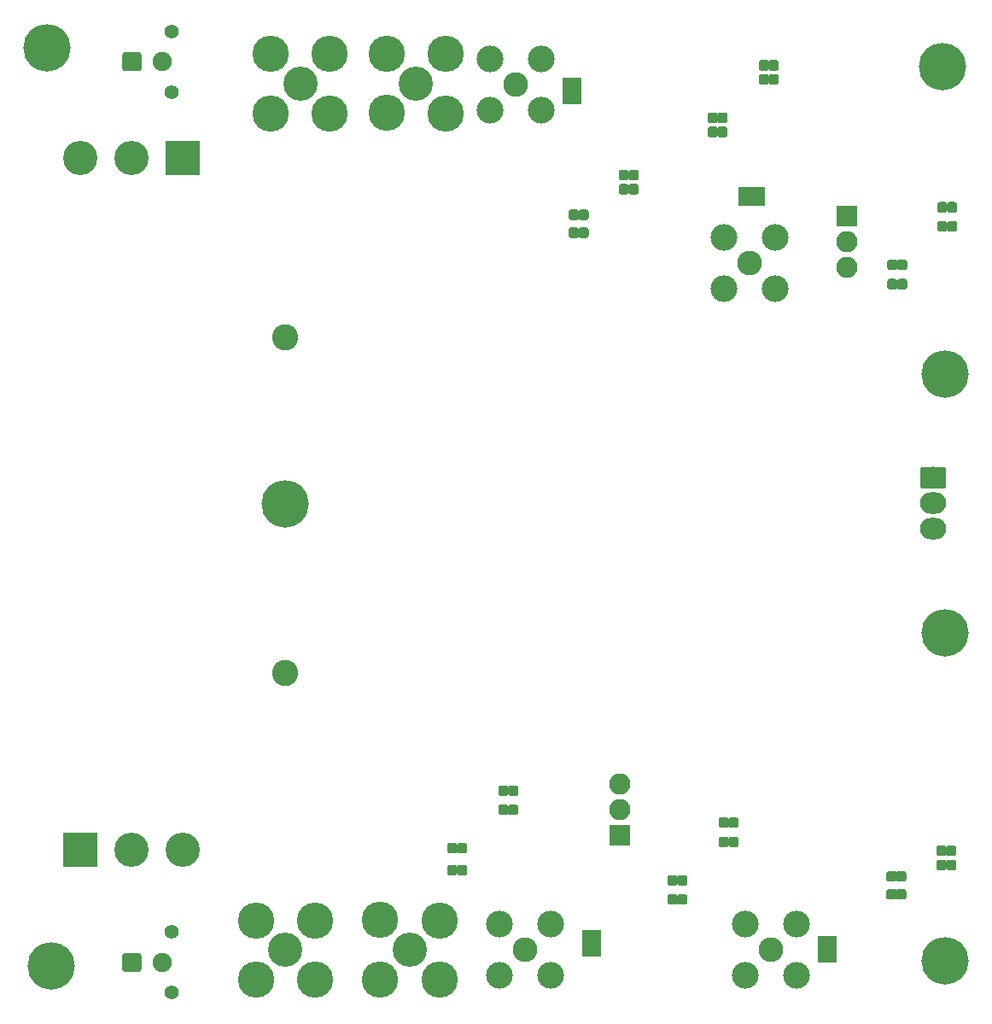
<source format=gbr>
G04 #@! TF.GenerationSoftware,KiCad,Pcbnew,(5.1.2-1)-1*
G04 #@! TF.CreationDate,2019-07-19T20:23:14+01:00*
G04 #@! TF.ProjectId,CurrentSinkModule,43757272-656e-4745-9369-6e6b4d6f6475,RevC*
G04 #@! TF.SameCoordinates,Original*
G04 #@! TF.FileFunction,Soldermask,Bot*
G04 #@! TF.FilePolarity,Negative*
%FSLAX46Y46*%
G04 Gerber Fmt 4.6, Leading zero omitted, Abs format (unit mm)*
G04 Created by KiCad (PCBNEW (5.1.2-1)-1) date 2019-07-19 20:23:14*
%MOMM*%
%LPD*%
G04 APERTURE LIST*
%ADD10C,3.600000*%
%ADD11C,3.400000*%
%ADD12R,1.900000X1.400000*%
%ADD13R,1.400000X1.900000*%
%ADD14C,4.700000*%
%ADD15R,3.400000X3.400000*%
%ADD16O,2.100000X2.100000*%
%ADD17R,2.100000X2.100000*%
%ADD18C,0.100000*%
%ADD19C,0.990000*%
%ADD20C,2.600000*%
%ADD21C,2.450000*%
%ADD22C,2.650000*%
%ADD23C,1.900000*%
%ADD24C,1.400000*%
%ADD25C,2.140000*%
%ADD26O,2.600000X2.140000*%
G04 APERTURE END LIST*
D10*
X206654400Y-68859400D03*
X206679800Y-62992000D03*
X212521800Y-68859400D03*
X212547200Y-62992000D03*
D11*
X209600800Y-65938400D03*
D12*
X261874000Y-151115000D03*
X261874000Y-152415000D03*
D13*
X253733300Y-77152500D03*
X255033300Y-77152500D03*
D12*
X238544100Y-151792700D03*
X238544100Y-150492700D03*
X236562900Y-66014600D03*
X236562900Y-67314600D03*
D11*
X221107000Y-65913000D03*
D10*
X224053400Y-68859400D03*
X218186000Y-68834000D03*
X224053400Y-62992000D03*
X218186000Y-62966600D03*
X217551000Y-148844000D03*
X223418400Y-148869400D03*
X217551000Y-154711400D03*
X223418400Y-154736800D03*
D11*
X220472000Y-151790400D03*
X208153000Y-151828500D03*
D10*
X211099400Y-148882100D03*
X211074000Y-154749500D03*
X205232000Y-148882100D03*
X205206600Y-154749500D03*
D14*
X273532600Y-120370600D03*
D11*
X197993000Y-141859000D03*
X192913000Y-141859000D03*
D15*
X187833000Y-141859000D03*
D11*
X187833000Y-73279000D03*
X192913000Y-73279000D03*
D15*
X197993000Y-73279000D03*
D16*
X263829800Y-84124800D03*
X263829800Y-81584800D03*
D17*
X263829800Y-79044800D03*
D16*
X241300000Y-135382000D03*
X241300000Y-137922000D03*
D17*
X241300000Y-140462000D03*
D18*
G36*
X247771759Y-146293192D02*
G01*
X247795785Y-146296756D01*
X247819345Y-146302657D01*
X247842214Y-146310840D01*
X247864171Y-146321224D01*
X247885004Y-146333711D01*
X247904512Y-146348180D01*
X247922509Y-146364491D01*
X247938820Y-146382488D01*
X247953289Y-146401996D01*
X247965776Y-146422829D01*
X247976160Y-146444786D01*
X247984343Y-146467655D01*
X247990244Y-146491215D01*
X247993808Y-146515241D01*
X247995000Y-146539500D01*
X247995000Y-147084500D01*
X247993808Y-147108759D01*
X247990244Y-147132785D01*
X247984343Y-147156345D01*
X247976160Y-147179214D01*
X247965776Y-147201171D01*
X247953289Y-147222004D01*
X247938820Y-147241512D01*
X247922509Y-147259509D01*
X247904512Y-147275820D01*
X247885004Y-147290289D01*
X247864171Y-147302776D01*
X247842214Y-147313160D01*
X247819345Y-147321343D01*
X247795785Y-147327244D01*
X247771759Y-147330808D01*
X247747500Y-147332000D01*
X247252500Y-147332000D01*
X247228241Y-147330808D01*
X247204215Y-147327244D01*
X247180655Y-147321343D01*
X247157786Y-147313160D01*
X247135829Y-147302776D01*
X247114996Y-147290289D01*
X247095488Y-147275820D01*
X247077491Y-147259509D01*
X247061180Y-147241512D01*
X247046711Y-147222004D01*
X247034224Y-147201171D01*
X247023840Y-147179214D01*
X247015657Y-147156345D01*
X247009756Y-147132785D01*
X247006192Y-147108759D01*
X247005000Y-147084500D01*
X247005000Y-146539500D01*
X247006192Y-146515241D01*
X247009756Y-146491215D01*
X247015657Y-146467655D01*
X247023840Y-146444786D01*
X247034224Y-146422829D01*
X247046711Y-146401996D01*
X247061180Y-146382488D01*
X247077491Y-146364491D01*
X247095488Y-146348180D01*
X247114996Y-146333711D01*
X247135829Y-146321224D01*
X247157786Y-146310840D01*
X247180655Y-146302657D01*
X247204215Y-146296756D01*
X247228241Y-146293192D01*
X247252500Y-146292000D01*
X247747500Y-146292000D01*
X247771759Y-146293192D01*
X247771759Y-146293192D01*
G37*
D19*
X247500000Y-146812000D03*
D18*
G36*
X246801759Y-146293192D02*
G01*
X246825785Y-146296756D01*
X246849345Y-146302657D01*
X246872214Y-146310840D01*
X246894171Y-146321224D01*
X246915004Y-146333711D01*
X246934512Y-146348180D01*
X246952509Y-146364491D01*
X246968820Y-146382488D01*
X246983289Y-146401996D01*
X246995776Y-146422829D01*
X247006160Y-146444786D01*
X247014343Y-146467655D01*
X247020244Y-146491215D01*
X247023808Y-146515241D01*
X247025000Y-146539500D01*
X247025000Y-147084500D01*
X247023808Y-147108759D01*
X247020244Y-147132785D01*
X247014343Y-147156345D01*
X247006160Y-147179214D01*
X246995776Y-147201171D01*
X246983289Y-147222004D01*
X246968820Y-147241512D01*
X246952509Y-147259509D01*
X246934512Y-147275820D01*
X246915004Y-147290289D01*
X246894171Y-147302776D01*
X246872214Y-147313160D01*
X246849345Y-147321343D01*
X246825785Y-147327244D01*
X246801759Y-147330808D01*
X246777500Y-147332000D01*
X246282500Y-147332000D01*
X246258241Y-147330808D01*
X246234215Y-147327244D01*
X246210655Y-147321343D01*
X246187786Y-147313160D01*
X246165829Y-147302776D01*
X246144996Y-147290289D01*
X246125488Y-147275820D01*
X246107491Y-147259509D01*
X246091180Y-147241512D01*
X246076711Y-147222004D01*
X246064224Y-147201171D01*
X246053840Y-147179214D01*
X246045657Y-147156345D01*
X246039756Y-147132785D01*
X246036192Y-147108759D01*
X246035000Y-147084500D01*
X246035000Y-146539500D01*
X246036192Y-146515241D01*
X246039756Y-146491215D01*
X246045657Y-146467655D01*
X246053840Y-146444786D01*
X246064224Y-146422829D01*
X246076711Y-146401996D01*
X246091180Y-146382488D01*
X246107491Y-146364491D01*
X246125488Y-146348180D01*
X246144996Y-146333711D01*
X246165829Y-146321224D01*
X246187786Y-146310840D01*
X246210655Y-146302657D01*
X246234215Y-146296756D01*
X246258241Y-146293192D01*
X246282500Y-146292000D01*
X246777500Y-146292000D01*
X246801759Y-146293192D01*
X246801759Y-146293192D01*
G37*
D19*
X246530000Y-146812000D03*
D18*
G36*
X251881759Y-140578192D02*
G01*
X251905785Y-140581756D01*
X251929345Y-140587657D01*
X251952214Y-140595840D01*
X251974171Y-140606224D01*
X251995004Y-140618711D01*
X252014512Y-140633180D01*
X252032509Y-140649491D01*
X252048820Y-140667488D01*
X252063289Y-140686996D01*
X252075776Y-140707829D01*
X252086160Y-140729786D01*
X252094343Y-140752655D01*
X252100244Y-140776215D01*
X252103808Y-140800241D01*
X252105000Y-140824500D01*
X252105000Y-141369500D01*
X252103808Y-141393759D01*
X252100244Y-141417785D01*
X252094343Y-141441345D01*
X252086160Y-141464214D01*
X252075776Y-141486171D01*
X252063289Y-141507004D01*
X252048820Y-141526512D01*
X252032509Y-141544509D01*
X252014512Y-141560820D01*
X251995004Y-141575289D01*
X251974171Y-141587776D01*
X251952214Y-141598160D01*
X251929345Y-141606343D01*
X251905785Y-141612244D01*
X251881759Y-141615808D01*
X251857500Y-141617000D01*
X251362500Y-141617000D01*
X251338241Y-141615808D01*
X251314215Y-141612244D01*
X251290655Y-141606343D01*
X251267786Y-141598160D01*
X251245829Y-141587776D01*
X251224996Y-141575289D01*
X251205488Y-141560820D01*
X251187491Y-141544509D01*
X251171180Y-141526512D01*
X251156711Y-141507004D01*
X251144224Y-141486171D01*
X251133840Y-141464214D01*
X251125657Y-141441345D01*
X251119756Y-141417785D01*
X251116192Y-141393759D01*
X251115000Y-141369500D01*
X251115000Y-140824500D01*
X251116192Y-140800241D01*
X251119756Y-140776215D01*
X251125657Y-140752655D01*
X251133840Y-140729786D01*
X251144224Y-140707829D01*
X251156711Y-140686996D01*
X251171180Y-140667488D01*
X251187491Y-140649491D01*
X251205488Y-140633180D01*
X251224996Y-140618711D01*
X251245829Y-140606224D01*
X251267786Y-140595840D01*
X251290655Y-140587657D01*
X251314215Y-140581756D01*
X251338241Y-140578192D01*
X251362500Y-140577000D01*
X251857500Y-140577000D01*
X251881759Y-140578192D01*
X251881759Y-140578192D01*
G37*
D19*
X251610000Y-141097000D03*
D18*
G36*
X252851759Y-140578192D02*
G01*
X252875785Y-140581756D01*
X252899345Y-140587657D01*
X252922214Y-140595840D01*
X252944171Y-140606224D01*
X252965004Y-140618711D01*
X252984512Y-140633180D01*
X253002509Y-140649491D01*
X253018820Y-140667488D01*
X253033289Y-140686996D01*
X253045776Y-140707829D01*
X253056160Y-140729786D01*
X253064343Y-140752655D01*
X253070244Y-140776215D01*
X253073808Y-140800241D01*
X253075000Y-140824500D01*
X253075000Y-141369500D01*
X253073808Y-141393759D01*
X253070244Y-141417785D01*
X253064343Y-141441345D01*
X253056160Y-141464214D01*
X253045776Y-141486171D01*
X253033289Y-141507004D01*
X253018820Y-141526512D01*
X253002509Y-141544509D01*
X252984512Y-141560820D01*
X252965004Y-141575289D01*
X252944171Y-141587776D01*
X252922214Y-141598160D01*
X252899345Y-141606343D01*
X252875785Y-141612244D01*
X252851759Y-141615808D01*
X252827500Y-141617000D01*
X252332500Y-141617000D01*
X252308241Y-141615808D01*
X252284215Y-141612244D01*
X252260655Y-141606343D01*
X252237786Y-141598160D01*
X252215829Y-141587776D01*
X252194996Y-141575289D01*
X252175488Y-141560820D01*
X252157491Y-141544509D01*
X252141180Y-141526512D01*
X252126711Y-141507004D01*
X252114224Y-141486171D01*
X252103840Y-141464214D01*
X252095657Y-141441345D01*
X252089756Y-141417785D01*
X252086192Y-141393759D01*
X252085000Y-141369500D01*
X252085000Y-140824500D01*
X252086192Y-140800241D01*
X252089756Y-140776215D01*
X252095657Y-140752655D01*
X252103840Y-140729786D01*
X252114224Y-140707829D01*
X252126711Y-140686996D01*
X252141180Y-140667488D01*
X252157491Y-140649491D01*
X252175488Y-140633180D01*
X252194996Y-140618711D01*
X252215829Y-140606224D01*
X252237786Y-140595840D01*
X252260655Y-140587657D01*
X252284215Y-140581756D01*
X252308241Y-140578192D01*
X252332500Y-140577000D01*
X252827500Y-140577000D01*
X252851759Y-140578192D01*
X252851759Y-140578192D01*
G37*
D19*
X252580000Y-141097000D03*
D18*
G36*
X247771759Y-144388192D02*
G01*
X247795785Y-144391756D01*
X247819345Y-144397657D01*
X247842214Y-144405840D01*
X247864171Y-144416224D01*
X247885004Y-144428711D01*
X247904512Y-144443180D01*
X247922509Y-144459491D01*
X247938820Y-144477488D01*
X247953289Y-144496996D01*
X247965776Y-144517829D01*
X247976160Y-144539786D01*
X247984343Y-144562655D01*
X247990244Y-144586215D01*
X247993808Y-144610241D01*
X247995000Y-144634500D01*
X247995000Y-145179500D01*
X247993808Y-145203759D01*
X247990244Y-145227785D01*
X247984343Y-145251345D01*
X247976160Y-145274214D01*
X247965776Y-145296171D01*
X247953289Y-145317004D01*
X247938820Y-145336512D01*
X247922509Y-145354509D01*
X247904512Y-145370820D01*
X247885004Y-145385289D01*
X247864171Y-145397776D01*
X247842214Y-145408160D01*
X247819345Y-145416343D01*
X247795785Y-145422244D01*
X247771759Y-145425808D01*
X247747500Y-145427000D01*
X247252500Y-145427000D01*
X247228241Y-145425808D01*
X247204215Y-145422244D01*
X247180655Y-145416343D01*
X247157786Y-145408160D01*
X247135829Y-145397776D01*
X247114996Y-145385289D01*
X247095488Y-145370820D01*
X247077491Y-145354509D01*
X247061180Y-145336512D01*
X247046711Y-145317004D01*
X247034224Y-145296171D01*
X247023840Y-145274214D01*
X247015657Y-145251345D01*
X247009756Y-145227785D01*
X247006192Y-145203759D01*
X247005000Y-145179500D01*
X247005000Y-144634500D01*
X247006192Y-144610241D01*
X247009756Y-144586215D01*
X247015657Y-144562655D01*
X247023840Y-144539786D01*
X247034224Y-144517829D01*
X247046711Y-144496996D01*
X247061180Y-144477488D01*
X247077491Y-144459491D01*
X247095488Y-144443180D01*
X247114996Y-144428711D01*
X247135829Y-144416224D01*
X247157786Y-144405840D01*
X247180655Y-144397657D01*
X247204215Y-144391756D01*
X247228241Y-144388192D01*
X247252500Y-144387000D01*
X247747500Y-144387000D01*
X247771759Y-144388192D01*
X247771759Y-144388192D01*
G37*
D19*
X247500000Y-144907000D03*
D18*
G36*
X246801759Y-144388192D02*
G01*
X246825785Y-144391756D01*
X246849345Y-144397657D01*
X246872214Y-144405840D01*
X246894171Y-144416224D01*
X246915004Y-144428711D01*
X246934512Y-144443180D01*
X246952509Y-144459491D01*
X246968820Y-144477488D01*
X246983289Y-144496996D01*
X246995776Y-144517829D01*
X247006160Y-144539786D01*
X247014343Y-144562655D01*
X247020244Y-144586215D01*
X247023808Y-144610241D01*
X247025000Y-144634500D01*
X247025000Y-145179500D01*
X247023808Y-145203759D01*
X247020244Y-145227785D01*
X247014343Y-145251345D01*
X247006160Y-145274214D01*
X246995776Y-145296171D01*
X246983289Y-145317004D01*
X246968820Y-145336512D01*
X246952509Y-145354509D01*
X246934512Y-145370820D01*
X246915004Y-145385289D01*
X246894171Y-145397776D01*
X246872214Y-145408160D01*
X246849345Y-145416343D01*
X246825785Y-145422244D01*
X246801759Y-145425808D01*
X246777500Y-145427000D01*
X246282500Y-145427000D01*
X246258241Y-145425808D01*
X246234215Y-145422244D01*
X246210655Y-145416343D01*
X246187786Y-145408160D01*
X246165829Y-145397776D01*
X246144996Y-145385289D01*
X246125488Y-145370820D01*
X246107491Y-145354509D01*
X246091180Y-145336512D01*
X246076711Y-145317004D01*
X246064224Y-145296171D01*
X246053840Y-145274214D01*
X246045657Y-145251345D01*
X246039756Y-145227785D01*
X246036192Y-145203759D01*
X246035000Y-145179500D01*
X246035000Y-144634500D01*
X246036192Y-144610241D01*
X246039756Y-144586215D01*
X246045657Y-144562655D01*
X246053840Y-144539786D01*
X246064224Y-144517829D01*
X246076711Y-144496996D01*
X246091180Y-144477488D01*
X246107491Y-144459491D01*
X246125488Y-144443180D01*
X246144996Y-144428711D01*
X246165829Y-144416224D01*
X246187786Y-144405840D01*
X246210655Y-144397657D01*
X246234215Y-144391756D01*
X246258241Y-144388192D01*
X246282500Y-144387000D01*
X246777500Y-144387000D01*
X246801759Y-144388192D01*
X246801759Y-144388192D01*
G37*
D19*
X246530000Y-144907000D03*
D18*
G36*
X251881759Y-138673192D02*
G01*
X251905785Y-138676756D01*
X251929345Y-138682657D01*
X251952214Y-138690840D01*
X251974171Y-138701224D01*
X251995004Y-138713711D01*
X252014512Y-138728180D01*
X252032509Y-138744491D01*
X252048820Y-138762488D01*
X252063289Y-138781996D01*
X252075776Y-138802829D01*
X252086160Y-138824786D01*
X252094343Y-138847655D01*
X252100244Y-138871215D01*
X252103808Y-138895241D01*
X252105000Y-138919500D01*
X252105000Y-139464500D01*
X252103808Y-139488759D01*
X252100244Y-139512785D01*
X252094343Y-139536345D01*
X252086160Y-139559214D01*
X252075776Y-139581171D01*
X252063289Y-139602004D01*
X252048820Y-139621512D01*
X252032509Y-139639509D01*
X252014512Y-139655820D01*
X251995004Y-139670289D01*
X251974171Y-139682776D01*
X251952214Y-139693160D01*
X251929345Y-139701343D01*
X251905785Y-139707244D01*
X251881759Y-139710808D01*
X251857500Y-139712000D01*
X251362500Y-139712000D01*
X251338241Y-139710808D01*
X251314215Y-139707244D01*
X251290655Y-139701343D01*
X251267786Y-139693160D01*
X251245829Y-139682776D01*
X251224996Y-139670289D01*
X251205488Y-139655820D01*
X251187491Y-139639509D01*
X251171180Y-139621512D01*
X251156711Y-139602004D01*
X251144224Y-139581171D01*
X251133840Y-139559214D01*
X251125657Y-139536345D01*
X251119756Y-139512785D01*
X251116192Y-139488759D01*
X251115000Y-139464500D01*
X251115000Y-138919500D01*
X251116192Y-138895241D01*
X251119756Y-138871215D01*
X251125657Y-138847655D01*
X251133840Y-138824786D01*
X251144224Y-138802829D01*
X251156711Y-138781996D01*
X251171180Y-138762488D01*
X251187491Y-138744491D01*
X251205488Y-138728180D01*
X251224996Y-138713711D01*
X251245829Y-138701224D01*
X251267786Y-138690840D01*
X251290655Y-138682657D01*
X251314215Y-138676756D01*
X251338241Y-138673192D01*
X251362500Y-138672000D01*
X251857500Y-138672000D01*
X251881759Y-138673192D01*
X251881759Y-138673192D01*
G37*
D19*
X251610000Y-139192000D03*
D18*
G36*
X252851759Y-138673192D02*
G01*
X252875785Y-138676756D01*
X252899345Y-138682657D01*
X252922214Y-138690840D01*
X252944171Y-138701224D01*
X252965004Y-138713711D01*
X252984512Y-138728180D01*
X253002509Y-138744491D01*
X253018820Y-138762488D01*
X253033289Y-138781996D01*
X253045776Y-138802829D01*
X253056160Y-138824786D01*
X253064343Y-138847655D01*
X253070244Y-138871215D01*
X253073808Y-138895241D01*
X253075000Y-138919500D01*
X253075000Y-139464500D01*
X253073808Y-139488759D01*
X253070244Y-139512785D01*
X253064343Y-139536345D01*
X253056160Y-139559214D01*
X253045776Y-139581171D01*
X253033289Y-139602004D01*
X253018820Y-139621512D01*
X253002509Y-139639509D01*
X252984512Y-139655820D01*
X252965004Y-139670289D01*
X252944171Y-139682776D01*
X252922214Y-139693160D01*
X252899345Y-139701343D01*
X252875785Y-139707244D01*
X252851759Y-139710808D01*
X252827500Y-139712000D01*
X252332500Y-139712000D01*
X252308241Y-139710808D01*
X252284215Y-139707244D01*
X252260655Y-139701343D01*
X252237786Y-139693160D01*
X252215829Y-139682776D01*
X252194996Y-139670289D01*
X252175488Y-139655820D01*
X252157491Y-139639509D01*
X252141180Y-139621512D01*
X252126711Y-139602004D01*
X252114224Y-139581171D01*
X252103840Y-139559214D01*
X252095657Y-139536345D01*
X252089756Y-139512785D01*
X252086192Y-139488759D01*
X252085000Y-139464500D01*
X252085000Y-138919500D01*
X252086192Y-138895241D01*
X252089756Y-138871215D01*
X252095657Y-138847655D01*
X252103840Y-138824786D01*
X252114224Y-138802829D01*
X252126711Y-138781996D01*
X252141180Y-138762488D01*
X252157491Y-138744491D01*
X252175488Y-138728180D01*
X252194996Y-138713711D01*
X252215829Y-138701224D01*
X252237786Y-138690840D01*
X252260655Y-138682657D01*
X252284215Y-138676756D01*
X252308241Y-138673192D01*
X252332500Y-138672000D01*
X252827500Y-138672000D01*
X252851759Y-138673192D01*
X252851759Y-138673192D01*
G37*
D19*
X252580000Y-139192000D03*
D18*
G36*
X269577659Y-85282392D02*
G01*
X269601685Y-85285956D01*
X269625245Y-85291857D01*
X269648114Y-85300040D01*
X269670071Y-85310424D01*
X269690904Y-85322911D01*
X269710412Y-85337380D01*
X269728409Y-85353691D01*
X269744720Y-85371688D01*
X269759189Y-85391196D01*
X269771676Y-85412029D01*
X269782060Y-85433986D01*
X269790243Y-85456855D01*
X269796144Y-85480415D01*
X269799708Y-85504441D01*
X269800900Y-85528700D01*
X269800900Y-86073700D01*
X269799708Y-86097959D01*
X269796144Y-86121985D01*
X269790243Y-86145545D01*
X269782060Y-86168414D01*
X269771676Y-86190371D01*
X269759189Y-86211204D01*
X269744720Y-86230712D01*
X269728409Y-86248709D01*
X269710412Y-86265020D01*
X269690904Y-86279489D01*
X269670071Y-86291976D01*
X269648114Y-86302360D01*
X269625245Y-86310543D01*
X269601685Y-86316444D01*
X269577659Y-86320008D01*
X269553400Y-86321200D01*
X269058400Y-86321200D01*
X269034141Y-86320008D01*
X269010115Y-86316444D01*
X268986555Y-86310543D01*
X268963686Y-86302360D01*
X268941729Y-86291976D01*
X268920896Y-86279489D01*
X268901388Y-86265020D01*
X268883391Y-86248709D01*
X268867080Y-86230712D01*
X268852611Y-86211204D01*
X268840124Y-86190371D01*
X268829740Y-86168414D01*
X268821557Y-86145545D01*
X268815656Y-86121985D01*
X268812092Y-86097959D01*
X268810900Y-86073700D01*
X268810900Y-85528700D01*
X268812092Y-85504441D01*
X268815656Y-85480415D01*
X268821557Y-85456855D01*
X268829740Y-85433986D01*
X268840124Y-85412029D01*
X268852611Y-85391196D01*
X268867080Y-85371688D01*
X268883391Y-85353691D01*
X268901388Y-85337380D01*
X268920896Y-85322911D01*
X268941729Y-85310424D01*
X268963686Y-85300040D01*
X268986555Y-85291857D01*
X269010115Y-85285956D01*
X269034141Y-85282392D01*
X269058400Y-85281200D01*
X269553400Y-85281200D01*
X269577659Y-85282392D01*
X269577659Y-85282392D01*
G37*
D19*
X269305900Y-85801200D03*
D18*
G36*
X268607659Y-85282392D02*
G01*
X268631685Y-85285956D01*
X268655245Y-85291857D01*
X268678114Y-85300040D01*
X268700071Y-85310424D01*
X268720904Y-85322911D01*
X268740412Y-85337380D01*
X268758409Y-85353691D01*
X268774720Y-85371688D01*
X268789189Y-85391196D01*
X268801676Y-85412029D01*
X268812060Y-85433986D01*
X268820243Y-85456855D01*
X268826144Y-85480415D01*
X268829708Y-85504441D01*
X268830900Y-85528700D01*
X268830900Y-86073700D01*
X268829708Y-86097959D01*
X268826144Y-86121985D01*
X268820243Y-86145545D01*
X268812060Y-86168414D01*
X268801676Y-86190371D01*
X268789189Y-86211204D01*
X268774720Y-86230712D01*
X268758409Y-86248709D01*
X268740412Y-86265020D01*
X268720904Y-86279489D01*
X268700071Y-86291976D01*
X268678114Y-86302360D01*
X268655245Y-86310543D01*
X268631685Y-86316444D01*
X268607659Y-86320008D01*
X268583400Y-86321200D01*
X268088400Y-86321200D01*
X268064141Y-86320008D01*
X268040115Y-86316444D01*
X268016555Y-86310543D01*
X267993686Y-86302360D01*
X267971729Y-86291976D01*
X267950896Y-86279489D01*
X267931388Y-86265020D01*
X267913391Y-86248709D01*
X267897080Y-86230712D01*
X267882611Y-86211204D01*
X267870124Y-86190371D01*
X267859740Y-86168414D01*
X267851557Y-86145545D01*
X267845656Y-86121985D01*
X267842092Y-86097959D01*
X267840900Y-86073700D01*
X267840900Y-85528700D01*
X267842092Y-85504441D01*
X267845656Y-85480415D01*
X267851557Y-85456855D01*
X267859740Y-85433986D01*
X267870124Y-85412029D01*
X267882611Y-85391196D01*
X267897080Y-85371688D01*
X267913391Y-85353691D01*
X267931388Y-85337380D01*
X267950896Y-85322911D01*
X267971729Y-85310424D01*
X267993686Y-85300040D01*
X268016555Y-85291857D01*
X268040115Y-85285956D01*
X268064141Y-85282392D01*
X268088400Y-85281200D01*
X268583400Y-85281200D01*
X268607659Y-85282392D01*
X268607659Y-85282392D01*
G37*
D19*
X268335900Y-85801200D03*
D18*
G36*
X273560659Y-77662392D02*
G01*
X273584685Y-77665956D01*
X273608245Y-77671857D01*
X273631114Y-77680040D01*
X273653071Y-77690424D01*
X273673904Y-77702911D01*
X273693412Y-77717380D01*
X273711409Y-77733691D01*
X273727720Y-77751688D01*
X273742189Y-77771196D01*
X273754676Y-77792029D01*
X273765060Y-77813986D01*
X273773243Y-77836855D01*
X273779144Y-77860415D01*
X273782708Y-77884441D01*
X273783900Y-77908700D01*
X273783900Y-78453700D01*
X273782708Y-78477959D01*
X273779144Y-78501985D01*
X273773243Y-78525545D01*
X273765060Y-78548414D01*
X273754676Y-78570371D01*
X273742189Y-78591204D01*
X273727720Y-78610712D01*
X273711409Y-78628709D01*
X273693412Y-78645020D01*
X273673904Y-78659489D01*
X273653071Y-78671976D01*
X273631114Y-78682360D01*
X273608245Y-78690543D01*
X273584685Y-78696444D01*
X273560659Y-78700008D01*
X273536400Y-78701200D01*
X273041400Y-78701200D01*
X273017141Y-78700008D01*
X272993115Y-78696444D01*
X272969555Y-78690543D01*
X272946686Y-78682360D01*
X272924729Y-78671976D01*
X272903896Y-78659489D01*
X272884388Y-78645020D01*
X272866391Y-78628709D01*
X272850080Y-78610712D01*
X272835611Y-78591204D01*
X272823124Y-78570371D01*
X272812740Y-78548414D01*
X272804557Y-78525545D01*
X272798656Y-78501985D01*
X272795092Y-78477959D01*
X272793900Y-78453700D01*
X272793900Y-77908700D01*
X272795092Y-77884441D01*
X272798656Y-77860415D01*
X272804557Y-77836855D01*
X272812740Y-77813986D01*
X272823124Y-77792029D01*
X272835611Y-77771196D01*
X272850080Y-77751688D01*
X272866391Y-77733691D01*
X272884388Y-77717380D01*
X272903896Y-77702911D01*
X272924729Y-77690424D01*
X272946686Y-77680040D01*
X272969555Y-77671857D01*
X272993115Y-77665956D01*
X273017141Y-77662392D01*
X273041400Y-77661200D01*
X273536400Y-77661200D01*
X273560659Y-77662392D01*
X273560659Y-77662392D01*
G37*
D19*
X273288900Y-78181200D03*
D18*
G36*
X274530659Y-77662392D02*
G01*
X274554685Y-77665956D01*
X274578245Y-77671857D01*
X274601114Y-77680040D01*
X274623071Y-77690424D01*
X274643904Y-77702911D01*
X274663412Y-77717380D01*
X274681409Y-77733691D01*
X274697720Y-77751688D01*
X274712189Y-77771196D01*
X274724676Y-77792029D01*
X274735060Y-77813986D01*
X274743243Y-77836855D01*
X274749144Y-77860415D01*
X274752708Y-77884441D01*
X274753900Y-77908700D01*
X274753900Y-78453700D01*
X274752708Y-78477959D01*
X274749144Y-78501985D01*
X274743243Y-78525545D01*
X274735060Y-78548414D01*
X274724676Y-78570371D01*
X274712189Y-78591204D01*
X274697720Y-78610712D01*
X274681409Y-78628709D01*
X274663412Y-78645020D01*
X274643904Y-78659489D01*
X274623071Y-78671976D01*
X274601114Y-78682360D01*
X274578245Y-78690543D01*
X274554685Y-78696444D01*
X274530659Y-78700008D01*
X274506400Y-78701200D01*
X274011400Y-78701200D01*
X273987141Y-78700008D01*
X273963115Y-78696444D01*
X273939555Y-78690543D01*
X273916686Y-78682360D01*
X273894729Y-78671976D01*
X273873896Y-78659489D01*
X273854388Y-78645020D01*
X273836391Y-78628709D01*
X273820080Y-78610712D01*
X273805611Y-78591204D01*
X273793124Y-78570371D01*
X273782740Y-78548414D01*
X273774557Y-78525545D01*
X273768656Y-78501985D01*
X273765092Y-78477959D01*
X273763900Y-78453700D01*
X273763900Y-77908700D01*
X273765092Y-77884441D01*
X273768656Y-77860415D01*
X273774557Y-77836855D01*
X273782740Y-77813986D01*
X273793124Y-77792029D01*
X273805611Y-77771196D01*
X273820080Y-77751688D01*
X273836391Y-77733691D01*
X273854388Y-77717380D01*
X273873896Y-77702911D01*
X273894729Y-77690424D01*
X273916686Y-77680040D01*
X273939555Y-77671857D01*
X273963115Y-77665956D01*
X273987141Y-77662392D01*
X274011400Y-77661200D01*
X274506400Y-77661200D01*
X274530659Y-77662392D01*
X274530659Y-77662392D01*
G37*
D19*
X274258900Y-78181200D03*
D18*
G36*
X269577659Y-83377392D02*
G01*
X269601685Y-83380956D01*
X269625245Y-83386857D01*
X269648114Y-83395040D01*
X269670071Y-83405424D01*
X269690904Y-83417911D01*
X269710412Y-83432380D01*
X269728409Y-83448691D01*
X269744720Y-83466688D01*
X269759189Y-83486196D01*
X269771676Y-83507029D01*
X269782060Y-83528986D01*
X269790243Y-83551855D01*
X269796144Y-83575415D01*
X269799708Y-83599441D01*
X269800900Y-83623700D01*
X269800900Y-84168700D01*
X269799708Y-84192959D01*
X269796144Y-84216985D01*
X269790243Y-84240545D01*
X269782060Y-84263414D01*
X269771676Y-84285371D01*
X269759189Y-84306204D01*
X269744720Y-84325712D01*
X269728409Y-84343709D01*
X269710412Y-84360020D01*
X269690904Y-84374489D01*
X269670071Y-84386976D01*
X269648114Y-84397360D01*
X269625245Y-84405543D01*
X269601685Y-84411444D01*
X269577659Y-84415008D01*
X269553400Y-84416200D01*
X269058400Y-84416200D01*
X269034141Y-84415008D01*
X269010115Y-84411444D01*
X268986555Y-84405543D01*
X268963686Y-84397360D01*
X268941729Y-84386976D01*
X268920896Y-84374489D01*
X268901388Y-84360020D01*
X268883391Y-84343709D01*
X268867080Y-84325712D01*
X268852611Y-84306204D01*
X268840124Y-84285371D01*
X268829740Y-84263414D01*
X268821557Y-84240545D01*
X268815656Y-84216985D01*
X268812092Y-84192959D01*
X268810900Y-84168700D01*
X268810900Y-83623700D01*
X268812092Y-83599441D01*
X268815656Y-83575415D01*
X268821557Y-83551855D01*
X268829740Y-83528986D01*
X268840124Y-83507029D01*
X268852611Y-83486196D01*
X268867080Y-83466688D01*
X268883391Y-83448691D01*
X268901388Y-83432380D01*
X268920896Y-83417911D01*
X268941729Y-83405424D01*
X268963686Y-83395040D01*
X268986555Y-83386857D01*
X269010115Y-83380956D01*
X269034141Y-83377392D01*
X269058400Y-83376200D01*
X269553400Y-83376200D01*
X269577659Y-83377392D01*
X269577659Y-83377392D01*
G37*
D19*
X269305900Y-83896200D03*
D18*
G36*
X268607659Y-83377392D02*
G01*
X268631685Y-83380956D01*
X268655245Y-83386857D01*
X268678114Y-83395040D01*
X268700071Y-83405424D01*
X268720904Y-83417911D01*
X268740412Y-83432380D01*
X268758409Y-83448691D01*
X268774720Y-83466688D01*
X268789189Y-83486196D01*
X268801676Y-83507029D01*
X268812060Y-83528986D01*
X268820243Y-83551855D01*
X268826144Y-83575415D01*
X268829708Y-83599441D01*
X268830900Y-83623700D01*
X268830900Y-84168700D01*
X268829708Y-84192959D01*
X268826144Y-84216985D01*
X268820243Y-84240545D01*
X268812060Y-84263414D01*
X268801676Y-84285371D01*
X268789189Y-84306204D01*
X268774720Y-84325712D01*
X268758409Y-84343709D01*
X268740412Y-84360020D01*
X268720904Y-84374489D01*
X268700071Y-84386976D01*
X268678114Y-84397360D01*
X268655245Y-84405543D01*
X268631685Y-84411444D01*
X268607659Y-84415008D01*
X268583400Y-84416200D01*
X268088400Y-84416200D01*
X268064141Y-84415008D01*
X268040115Y-84411444D01*
X268016555Y-84405543D01*
X267993686Y-84397360D01*
X267971729Y-84386976D01*
X267950896Y-84374489D01*
X267931388Y-84360020D01*
X267913391Y-84343709D01*
X267897080Y-84325712D01*
X267882611Y-84306204D01*
X267870124Y-84285371D01*
X267859740Y-84263414D01*
X267851557Y-84240545D01*
X267845656Y-84216985D01*
X267842092Y-84192959D01*
X267840900Y-84168700D01*
X267840900Y-83623700D01*
X267842092Y-83599441D01*
X267845656Y-83575415D01*
X267851557Y-83551855D01*
X267859740Y-83528986D01*
X267870124Y-83507029D01*
X267882611Y-83486196D01*
X267897080Y-83466688D01*
X267913391Y-83448691D01*
X267931388Y-83432380D01*
X267950896Y-83417911D01*
X267971729Y-83405424D01*
X267993686Y-83395040D01*
X268016555Y-83386857D01*
X268040115Y-83380956D01*
X268064141Y-83377392D01*
X268088400Y-83376200D01*
X268583400Y-83376200D01*
X268607659Y-83377392D01*
X268607659Y-83377392D01*
G37*
D19*
X268335900Y-83896200D03*
D18*
G36*
X273560659Y-79567392D02*
G01*
X273584685Y-79570956D01*
X273608245Y-79576857D01*
X273631114Y-79585040D01*
X273653071Y-79595424D01*
X273673904Y-79607911D01*
X273693412Y-79622380D01*
X273711409Y-79638691D01*
X273727720Y-79656688D01*
X273742189Y-79676196D01*
X273754676Y-79697029D01*
X273765060Y-79718986D01*
X273773243Y-79741855D01*
X273779144Y-79765415D01*
X273782708Y-79789441D01*
X273783900Y-79813700D01*
X273783900Y-80358700D01*
X273782708Y-80382959D01*
X273779144Y-80406985D01*
X273773243Y-80430545D01*
X273765060Y-80453414D01*
X273754676Y-80475371D01*
X273742189Y-80496204D01*
X273727720Y-80515712D01*
X273711409Y-80533709D01*
X273693412Y-80550020D01*
X273673904Y-80564489D01*
X273653071Y-80576976D01*
X273631114Y-80587360D01*
X273608245Y-80595543D01*
X273584685Y-80601444D01*
X273560659Y-80605008D01*
X273536400Y-80606200D01*
X273041400Y-80606200D01*
X273017141Y-80605008D01*
X272993115Y-80601444D01*
X272969555Y-80595543D01*
X272946686Y-80587360D01*
X272924729Y-80576976D01*
X272903896Y-80564489D01*
X272884388Y-80550020D01*
X272866391Y-80533709D01*
X272850080Y-80515712D01*
X272835611Y-80496204D01*
X272823124Y-80475371D01*
X272812740Y-80453414D01*
X272804557Y-80430545D01*
X272798656Y-80406985D01*
X272795092Y-80382959D01*
X272793900Y-80358700D01*
X272793900Y-79813700D01*
X272795092Y-79789441D01*
X272798656Y-79765415D01*
X272804557Y-79741855D01*
X272812740Y-79718986D01*
X272823124Y-79697029D01*
X272835611Y-79676196D01*
X272850080Y-79656688D01*
X272866391Y-79638691D01*
X272884388Y-79622380D01*
X272903896Y-79607911D01*
X272924729Y-79595424D01*
X272946686Y-79585040D01*
X272969555Y-79576857D01*
X272993115Y-79570956D01*
X273017141Y-79567392D01*
X273041400Y-79566200D01*
X273536400Y-79566200D01*
X273560659Y-79567392D01*
X273560659Y-79567392D01*
G37*
D19*
X273288900Y-80086200D03*
D18*
G36*
X274530659Y-79567392D02*
G01*
X274554685Y-79570956D01*
X274578245Y-79576857D01*
X274601114Y-79585040D01*
X274623071Y-79595424D01*
X274643904Y-79607911D01*
X274663412Y-79622380D01*
X274681409Y-79638691D01*
X274697720Y-79656688D01*
X274712189Y-79676196D01*
X274724676Y-79697029D01*
X274735060Y-79718986D01*
X274743243Y-79741855D01*
X274749144Y-79765415D01*
X274752708Y-79789441D01*
X274753900Y-79813700D01*
X274753900Y-80358700D01*
X274752708Y-80382959D01*
X274749144Y-80406985D01*
X274743243Y-80430545D01*
X274735060Y-80453414D01*
X274724676Y-80475371D01*
X274712189Y-80496204D01*
X274697720Y-80515712D01*
X274681409Y-80533709D01*
X274663412Y-80550020D01*
X274643904Y-80564489D01*
X274623071Y-80576976D01*
X274601114Y-80587360D01*
X274578245Y-80595543D01*
X274554685Y-80601444D01*
X274530659Y-80605008D01*
X274506400Y-80606200D01*
X274011400Y-80606200D01*
X273987141Y-80605008D01*
X273963115Y-80601444D01*
X273939555Y-80595543D01*
X273916686Y-80587360D01*
X273894729Y-80576976D01*
X273873896Y-80564489D01*
X273854388Y-80550020D01*
X273836391Y-80533709D01*
X273820080Y-80515712D01*
X273805611Y-80496204D01*
X273793124Y-80475371D01*
X273782740Y-80453414D01*
X273774557Y-80430545D01*
X273768656Y-80406985D01*
X273765092Y-80382959D01*
X273763900Y-80358700D01*
X273763900Y-79813700D01*
X273765092Y-79789441D01*
X273768656Y-79765415D01*
X273774557Y-79741855D01*
X273782740Y-79718986D01*
X273793124Y-79697029D01*
X273805611Y-79676196D01*
X273820080Y-79656688D01*
X273836391Y-79638691D01*
X273854388Y-79622380D01*
X273873896Y-79607911D01*
X273894729Y-79595424D01*
X273916686Y-79585040D01*
X273939555Y-79576857D01*
X273963115Y-79570956D01*
X273987141Y-79567392D01*
X274011400Y-79566200D01*
X274506400Y-79566200D01*
X274530659Y-79567392D01*
X274530659Y-79567392D01*
G37*
D19*
X274258900Y-80086200D03*
D18*
G36*
X269488759Y-145785192D02*
G01*
X269512785Y-145788756D01*
X269536345Y-145794657D01*
X269559214Y-145802840D01*
X269581171Y-145813224D01*
X269602004Y-145825711D01*
X269621512Y-145840180D01*
X269639509Y-145856491D01*
X269655820Y-145874488D01*
X269670289Y-145893996D01*
X269682776Y-145914829D01*
X269693160Y-145936786D01*
X269701343Y-145959655D01*
X269707244Y-145983215D01*
X269710808Y-146007241D01*
X269712000Y-146031500D01*
X269712000Y-146576500D01*
X269710808Y-146600759D01*
X269707244Y-146624785D01*
X269701343Y-146648345D01*
X269693160Y-146671214D01*
X269682776Y-146693171D01*
X269670289Y-146714004D01*
X269655820Y-146733512D01*
X269639509Y-146751509D01*
X269621512Y-146767820D01*
X269602004Y-146782289D01*
X269581171Y-146794776D01*
X269559214Y-146805160D01*
X269536345Y-146813343D01*
X269512785Y-146819244D01*
X269488759Y-146822808D01*
X269464500Y-146824000D01*
X268969500Y-146824000D01*
X268945241Y-146822808D01*
X268921215Y-146819244D01*
X268897655Y-146813343D01*
X268874786Y-146805160D01*
X268852829Y-146794776D01*
X268831996Y-146782289D01*
X268812488Y-146767820D01*
X268794491Y-146751509D01*
X268778180Y-146733512D01*
X268763711Y-146714004D01*
X268751224Y-146693171D01*
X268740840Y-146671214D01*
X268732657Y-146648345D01*
X268726756Y-146624785D01*
X268723192Y-146600759D01*
X268722000Y-146576500D01*
X268722000Y-146031500D01*
X268723192Y-146007241D01*
X268726756Y-145983215D01*
X268732657Y-145959655D01*
X268740840Y-145936786D01*
X268751224Y-145914829D01*
X268763711Y-145893996D01*
X268778180Y-145874488D01*
X268794491Y-145856491D01*
X268812488Y-145840180D01*
X268831996Y-145825711D01*
X268852829Y-145813224D01*
X268874786Y-145802840D01*
X268897655Y-145794657D01*
X268921215Y-145788756D01*
X268945241Y-145785192D01*
X268969500Y-145784000D01*
X269464500Y-145784000D01*
X269488759Y-145785192D01*
X269488759Y-145785192D01*
G37*
D19*
X269217000Y-146304000D03*
D18*
G36*
X268518759Y-145785192D02*
G01*
X268542785Y-145788756D01*
X268566345Y-145794657D01*
X268589214Y-145802840D01*
X268611171Y-145813224D01*
X268632004Y-145825711D01*
X268651512Y-145840180D01*
X268669509Y-145856491D01*
X268685820Y-145874488D01*
X268700289Y-145893996D01*
X268712776Y-145914829D01*
X268723160Y-145936786D01*
X268731343Y-145959655D01*
X268737244Y-145983215D01*
X268740808Y-146007241D01*
X268742000Y-146031500D01*
X268742000Y-146576500D01*
X268740808Y-146600759D01*
X268737244Y-146624785D01*
X268731343Y-146648345D01*
X268723160Y-146671214D01*
X268712776Y-146693171D01*
X268700289Y-146714004D01*
X268685820Y-146733512D01*
X268669509Y-146751509D01*
X268651512Y-146767820D01*
X268632004Y-146782289D01*
X268611171Y-146794776D01*
X268589214Y-146805160D01*
X268566345Y-146813343D01*
X268542785Y-146819244D01*
X268518759Y-146822808D01*
X268494500Y-146824000D01*
X267999500Y-146824000D01*
X267975241Y-146822808D01*
X267951215Y-146819244D01*
X267927655Y-146813343D01*
X267904786Y-146805160D01*
X267882829Y-146794776D01*
X267861996Y-146782289D01*
X267842488Y-146767820D01*
X267824491Y-146751509D01*
X267808180Y-146733512D01*
X267793711Y-146714004D01*
X267781224Y-146693171D01*
X267770840Y-146671214D01*
X267762657Y-146648345D01*
X267756756Y-146624785D01*
X267753192Y-146600759D01*
X267752000Y-146576500D01*
X267752000Y-146031500D01*
X267753192Y-146007241D01*
X267756756Y-145983215D01*
X267762657Y-145959655D01*
X267770840Y-145936786D01*
X267781224Y-145914829D01*
X267793711Y-145893996D01*
X267808180Y-145874488D01*
X267824491Y-145856491D01*
X267842488Y-145840180D01*
X267861996Y-145825711D01*
X267882829Y-145813224D01*
X267904786Y-145802840D01*
X267927655Y-145794657D01*
X267951215Y-145788756D01*
X267975241Y-145785192D01*
X267999500Y-145784000D01*
X268494500Y-145784000D01*
X268518759Y-145785192D01*
X268518759Y-145785192D01*
G37*
D19*
X268247000Y-146304000D03*
D18*
G36*
X273471759Y-141467192D02*
G01*
X273495785Y-141470756D01*
X273519345Y-141476657D01*
X273542214Y-141484840D01*
X273564171Y-141495224D01*
X273585004Y-141507711D01*
X273604512Y-141522180D01*
X273622509Y-141538491D01*
X273638820Y-141556488D01*
X273653289Y-141575996D01*
X273665776Y-141596829D01*
X273676160Y-141618786D01*
X273684343Y-141641655D01*
X273690244Y-141665215D01*
X273693808Y-141689241D01*
X273695000Y-141713500D01*
X273695000Y-142258500D01*
X273693808Y-142282759D01*
X273690244Y-142306785D01*
X273684343Y-142330345D01*
X273676160Y-142353214D01*
X273665776Y-142375171D01*
X273653289Y-142396004D01*
X273638820Y-142415512D01*
X273622509Y-142433509D01*
X273604512Y-142449820D01*
X273585004Y-142464289D01*
X273564171Y-142476776D01*
X273542214Y-142487160D01*
X273519345Y-142495343D01*
X273495785Y-142501244D01*
X273471759Y-142504808D01*
X273447500Y-142506000D01*
X272952500Y-142506000D01*
X272928241Y-142504808D01*
X272904215Y-142501244D01*
X272880655Y-142495343D01*
X272857786Y-142487160D01*
X272835829Y-142476776D01*
X272814996Y-142464289D01*
X272795488Y-142449820D01*
X272777491Y-142433509D01*
X272761180Y-142415512D01*
X272746711Y-142396004D01*
X272734224Y-142375171D01*
X272723840Y-142353214D01*
X272715657Y-142330345D01*
X272709756Y-142306785D01*
X272706192Y-142282759D01*
X272705000Y-142258500D01*
X272705000Y-141713500D01*
X272706192Y-141689241D01*
X272709756Y-141665215D01*
X272715657Y-141641655D01*
X272723840Y-141618786D01*
X272734224Y-141596829D01*
X272746711Y-141575996D01*
X272761180Y-141556488D01*
X272777491Y-141538491D01*
X272795488Y-141522180D01*
X272814996Y-141507711D01*
X272835829Y-141495224D01*
X272857786Y-141484840D01*
X272880655Y-141476657D01*
X272904215Y-141470756D01*
X272928241Y-141467192D01*
X272952500Y-141466000D01*
X273447500Y-141466000D01*
X273471759Y-141467192D01*
X273471759Y-141467192D01*
G37*
D19*
X273200000Y-141986000D03*
D18*
G36*
X274441759Y-141467192D02*
G01*
X274465785Y-141470756D01*
X274489345Y-141476657D01*
X274512214Y-141484840D01*
X274534171Y-141495224D01*
X274555004Y-141507711D01*
X274574512Y-141522180D01*
X274592509Y-141538491D01*
X274608820Y-141556488D01*
X274623289Y-141575996D01*
X274635776Y-141596829D01*
X274646160Y-141618786D01*
X274654343Y-141641655D01*
X274660244Y-141665215D01*
X274663808Y-141689241D01*
X274665000Y-141713500D01*
X274665000Y-142258500D01*
X274663808Y-142282759D01*
X274660244Y-142306785D01*
X274654343Y-142330345D01*
X274646160Y-142353214D01*
X274635776Y-142375171D01*
X274623289Y-142396004D01*
X274608820Y-142415512D01*
X274592509Y-142433509D01*
X274574512Y-142449820D01*
X274555004Y-142464289D01*
X274534171Y-142476776D01*
X274512214Y-142487160D01*
X274489345Y-142495343D01*
X274465785Y-142501244D01*
X274441759Y-142504808D01*
X274417500Y-142506000D01*
X273922500Y-142506000D01*
X273898241Y-142504808D01*
X273874215Y-142501244D01*
X273850655Y-142495343D01*
X273827786Y-142487160D01*
X273805829Y-142476776D01*
X273784996Y-142464289D01*
X273765488Y-142449820D01*
X273747491Y-142433509D01*
X273731180Y-142415512D01*
X273716711Y-142396004D01*
X273704224Y-142375171D01*
X273693840Y-142353214D01*
X273685657Y-142330345D01*
X273679756Y-142306785D01*
X273676192Y-142282759D01*
X273675000Y-142258500D01*
X273675000Y-141713500D01*
X273676192Y-141689241D01*
X273679756Y-141665215D01*
X273685657Y-141641655D01*
X273693840Y-141618786D01*
X273704224Y-141596829D01*
X273716711Y-141575996D01*
X273731180Y-141556488D01*
X273747491Y-141538491D01*
X273765488Y-141522180D01*
X273784996Y-141507711D01*
X273805829Y-141495224D01*
X273827786Y-141484840D01*
X273850655Y-141476657D01*
X273874215Y-141470756D01*
X273898241Y-141467192D01*
X273922500Y-141466000D01*
X274417500Y-141466000D01*
X274441759Y-141467192D01*
X274441759Y-141467192D01*
G37*
D19*
X274170000Y-141986000D03*
D18*
G36*
X237992759Y-80189692D02*
G01*
X238016785Y-80193256D01*
X238040345Y-80199157D01*
X238063214Y-80207340D01*
X238085171Y-80217724D01*
X238106004Y-80230211D01*
X238125512Y-80244680D01*
X238143509Y-80260991D01*
X238159820Y-80278988D01*
X238174289Y-80298496D01*
X238186776Y-80319329D01*
X238197160Y-80341286D01*
X238205343Y-80364155D01*
X238211244Y-80387715D01*
X238214808Y-80411741D01*
X238216000Y-80436000D01*
X238216000Y-80981000D01*
X238214808Y-81005259D01*
X238211244Y-81029285D01*
X238205343Y-81052845D01*
X238197160Y-81075714D01*
X238186776Y-81097671D01*
X238174289Y-81118504D01*
X238159820Y-81138012D01*
X238143509Y-81156009D01*
X238125512Y-81172320D01*
X238106004Y-81186789D01*
X238085171Y-81199276D01*
X238063214Y-81209660D01*
X238040345Y-81217843D01*
X238016785Y-81223744D01*
X237992759Y-81227308D01*
X237968500Y-81228500D01*
X237473500Y-81228500D01*
X237449241Y-81227308D01*
X237425215Y-81223744D01*
X237401655Y-81217843D01*
X237378786Y-81209660D01*
X237356829Y-81199276D01*
X237335996Y-81186789D01*
X237316488Y-81172320D01*
X237298491Y-81156009D01*
X237282180Y-81138012D01*
X237267711Y-81118504D01*
X237255224Y-81097671D01*
X237244840Y-81075714D01*
X237236657Y-81052845D01*
X237230756Y-81029285D01*
X237227192Y-81005259D01*
X237226000Y-80981000D01*
X237226000Y-80436000D01*
X237227192Y-80411741D01*
X237230756Y-80387715D01*
X237236657Y-80364155D01*
X237244840Y-80341286D01*
X237255224Y-80319329D01*
X237267711Y-80298496D01*
X237282180Y-80278988D01*
X237298491Y-80260991D01*
X237316488Y-80244680D01*
X237335996Y-80230211D01*
X237356829Y-80217724D01*
X237378786Y-80207340D01*
X237401655Y-80199157D01*
X237425215Y-80193256D01*
X237449241Y-80189692D01*
X237473500Y-80188500D01*
X237968500Y-80188500D01*
X237992759Y-80189692D01*
X237992759Y-80189692D01*
G37*
D19*
X237721000Y-80708500D03*
D18*
G36*
X237022759Y-80189692D02*
G01*
X237046785Y-80193256D01*
X237070345Y-80199157D01*
X237093214Y-80207340D01*
X237115171Y-80217724D01*
X237136004Y-80230211D01*
X237155512Y-80244680D01*
X237173509Y-80260991D01*
X237189820Y-80278988D01*
X237204289Y-80298496D01*
X237216776Y-80319329D01*
X237227160Y-80341286D01*
X237235343Y-80364155D01*
X237241244Y-80387715D01*
X237244808Y-80411741D01*
X237246000Y-80436000D01*
X237246000Y-80981000D01*
X237244808Y-81005259D01*
X237241244Y-81029285D01*
X237235343Y-81052845D01*
X237227160Y-81075714D01*
X237216776Y-81097671D01*
X237204289Y-81118504D01*
X237189820Y-81138012D01*
X237173509Y-81156009D01*
X237155512Y-81172320D01*
X237136004Y-81186789D01*
X237115171Y-81199276D01*
X237093214Y-81209660D01*
X237070345Y-81217843D01*
X237046785Y-81223744D01*
X237022759Y-81227308D01*
X236998500Y-81228500D01*
X236503500Y-81228500D01*
X236479241Y-81227308D01*
X236455215Y-81223744D01*
X236431655Y-81217843D01*
X236408786Y-81209660D01*
X236386829Y-81199276D01*
X236365996Y-81186789D01*
X236346488Y-81172320D01*
X236328491Y-81156009D01*
X236312180Y-81138012D01*
X236297711Y-81118504D01*
X236285224Y-81097671D01*
X236274840Y-81075714D01*
X236266657Y-81052845D01*
X236260756Y-81029285D01*
X236257192Y-81005259D01*
X236256000Y-80981000D01*
X236256000Y-80436000D01*
X236257192Y-80411741D01*
X236260756Y-80387715D01*
X236266657Y-80364155D01*
X236274840Y-80341286D01*
X236285224Y-80319329D01*
X236297711Y-80298496D01*
X236312180Y-80278988D01*
X236328491Y-80260991D01*
X236346488Y-80244680D01*
X236365996Y-80230211D01*
X236386829Y-80217724D01*
X236408786Y-80207340D01*
X236431655Y-80199157D01*
X236455215Y-80193256D01*
X236479241Y-80189692D01*
X236503500Y-80188500D01*
X236998500Y-80188500D01*
X237022759Y-80189692D01*
X237022759Y-80189692D01*
G37*
D19*
X236751000Y-80708500D03*
D18*
G36*
X241975759Y-74474692D02*
G01*
X241999785Y-74478256D01*
X242023345Y-74484157D01*
X242046214Y-74492340D01*
X242068171Y-74502724D01*
X242089004Y-74515211D01*
X242108512Y-74529680D01*
X242126509Y-74545991D01*
X242142820Y-74563988D01*
X242157289Y-74583496D01*
X242169776Y-74604329D01*
X242180160Y-74626286D01*
X242188343Y-74649155D01*
X242194244Y-74672715D01*
X242197808Y-74696741D01*
X242199000Y-74721000D01*
X242199000Y-75266000D01*
X242197808Y-75290259D01*
X242194244Y-75314285D01*
X242188343Y-75337845D01*
X242180160Y-75360714D01*
X242169776Y-75382671D01*
X242157289Y-75403504D01*
X242142820Y-75423012D01*
X242126509Y-75441009D01*
X242108512Y-75457320D01*
X242089004Y-75471789D01*
X242068171Y-75484276D01*
X242046214Y-75494660D01*
X242023345Y-75502843D01*
X241999785Y-75508744D01*
X241975759Y-75512308D01*
X241951500Y-75513500D01*
X241456500Y-75513500D01*
X241432241Y-75512308D01*
X241408215Y-75508744D01*
X241384655Y-75502843D01*
X241361786Y-75494660D01*
X241339829Y-75484276D01*
X241318996Y-75471789D01*
X241299488Y-75457320D01*
X241281491Y-75441009D01*
X241265180Y-75423012D01*
X241250711Y-75403504D01*
X241238224Y-75382671D01*
X241227840Y-75360714D01*
X241219657Y-75337845D01*
X241213756Y-75314285D01*
X241210192Y-75290259D01*
X241209000Y-75266000D01*
X241209000Y-74721000D01*
X241210192Y-74696741D01*
X241213756Y-74672715D01*
X241219657Y-74649155D01*
X241227840Y-74626286D01*
X241238224Y-74604329D01*
X241250711Y-74583496D01*
X241265180Y-74563988D01*
X241281491Y-74545991D01*
X241299488Y-74529680D01*
X241318996Y-74515211D01*
X241339829Y-74502724D01*
X241361786Y-74492340D01*
X241384655Y-74484157D01*
X241408215Y-74478256D01*
X241432241Y-74474692D01*
X241456500Y-74473500D01*
X241951500Y-74473500D01*
X241975759Y-74474692D01*
X241975759Y-74474692D01*
G37*
D19*
X241704000Y-74993500D03*
D18*
G36*
X242945759Y-74474692D02*
G01*
X242969785Y-74478256D01*
X242993345Y-74484157D01*
X243016214Y-74492340D01*
X243038171Y-74502724D01*
X243059004Y-74515211D01*
X243078512Y-74529680D01*
X243096509Y-74545991D01*
X243112820Y-74563988D01*
X243127289Y-74583496D01*
X243139776Y-74604329D01*
X243150160Y-74626286D01*
X243158343Y-74649155D01*
X243164244Y-74672715D01*
X243167808Y-74696741D01*
X243169000Y-74721000D01*
X243169000Y-75266000D01*
X243167808Y-75290259D01*
X243164244Y-75314285D01*
X243158343Y-75337845D01*
X243150160Y-75360714D01*
X243139776Y-75382671D01*
X243127289Y-75403504D01*
X243112820Y-75423012D01*
X243096509Y-75441009D01*
X243078512Y-75457320D01*
X243059004Y-75471789D01*
X243038171Y-75484276D01*
X243016214Y-75494660D01*
X242993345Y-75502843D01*
X242969785Y-75508744D01*
X242945759Y-75512308D01*
X242921500Y-75513500D01*
X242426500Y-75513500D01*
X242402241Y-75512308D01*
X242378215Y-75508744D01*
X242354655Y-75502843D01*
X242331786Y-75494660D01*
X242309829Y-75484276D01*
X242288996Y-75471789D01*
X242269488Y-75457320D01*
X242251491Y-75441009D01*
X242235180Y-75423012D01*
X242220711Y-75403504D01*
X242208224Y-75382671D01*
X242197840Y-75360714D01*
X242189657Y-75337845D01*
X242183756Y-75314285D01*
X242180192Y-75290259D01*
X242179000Y-75266000D01*
X242179000Y-74721000D01*
X242180192Y-74696741D01*
X242183756Y-74672715D01*
X242189657Y-74649155D01*
X242197840Y-74626286D01*
X242208224Y-74604329D01*
X242220711Y-74583496D01*
X242235180Y-74563988D01*
X242251491Y-74545991D01*
X242269488Y-74529680D01*
X242288996Y-74515211D01*
X242309829Y-74502724D01*
X242331786Y-74492340D01*
X242354655Y-74484157D01*
X242378215Y-74478256D01*
X242402241Y-74474692D01*
X242426500Y-74473500D01*
X242921500Y-74473500D01*
X242945759Y-74474692D01*
X242945759Y-74474692D01*
G37*
D19*
X242674000Y-74993500D03*
D18*
G36*
X268518759Y-144007192D02*
G01*
X268542785Y-144010756D01*
X268566345Y-144016657D01*
X268589214Y-144024840D01*
X268611171Y-144035224D01*
X268632004Y-144047711D01*
X268651512Y-144062180D01*
X268669509Y-144078491D01*
X268685820Y-144096488D01*
X268700289Y-144115996D01*
X268712776Y-144136829D01*
X268723160Y-144158786D01*
X268731343Y-144181655D01*
X268737244Y-144205215D01*
X268740808Y-144229241D01*
X268742000Y-144253500D01*
X268742000Y-144798500D01*
X268740808Y-144822759D01*
X268737244Y-144846785D01*
X268731343Y-144870345D01*
X268723160Y-144893214D01*
X268712776Y-144915171D01*
X268700289Y-144936004D01*
X268685820Y-144955512D01*
X268669509Y-144973509D01*
X268651512Y-144989820D01*
X268632004Y-145004289D01*
X268611171Y-145016776D01*
X268589214Y-145027160D01*
X268566345Y-145035343D01*
X268542785Y-145041244D01*
X268518759Y-145044808D01*
X268494500Y-145046000D01*
X267999500Y-145046000D01*
X267975241Y-145044808D01*
X267951215Y-145041244D01*
X267927655Y-145035343D01*
X267904786Y-145027160D01*
X267882829Y-145016776D01*
X267861996Y-145004289D01*
X267842488Y-144989820D01*
X267824491Y-144973509D01*
X267808180Y-144955512D01*
X267793711Y-144936004D01*
X267781224Y-144915171D01*
X267770840Y-144893214D01*
X267762657Y-144870345D01*
X267756756Y-144846785D01*
X267753192Y-144822759D01*
X267752000Y-144798500D01*
X267752000Y-144253500D01*
X267753192Y-144229241D01*
X267756756Y-144205215D01*
X267762657Y-144181655D01*
X267770840Y-144158786D01*
X267781224Y-144136829D01*
X267793711Y-144115996D01*
X267808180Y-144096488D01*
X267824491Y-144078491D01*
X267842488Y-144062180D01*
X267861996Y-144047711D01*
X267882829Y-144035224D01*
X267904786Y-144024840D01*
X267927655Y-144016657D01*
X267951215Y-144010756D01*
X267975241Y-144007192D01*
X267999500Y-144006000D01*
X268494500Y-144006000D01*
X268518759Y-144007192D01*
X268518759Y-144007192D01*
G37*
D19*
X268247000Y-144526000D03*
D18*
G36*
X269488759Y-144007192D02*
G01*
X269512785Y-144010756D01*
X269536345Y-144016657D01*
X269559214Y-144024840D01*
X269581171Y-144035224D01*
X269602004Y-144047711D01*
X269621512Y-144062180D01*
X269639509Y-144078491D01*
X269655820Y-144096488D01*
X269670289Y-144115996D01*
X269682776Y-144136829D01*
X269693160Y-144158786D01*
X269701343Y-144181655D01*
X269707244Y-144205215D01*
X269710808Y-144229241D01*
X269712000Y-144253500D01*
X269712000Y-144798500D01*
X269710808Y-144822759D01*
X269707244Y-144846785D01*
X269701343Y-144870345D01*
X269693160Y-144893214D01*
X269682776Y-144915171D01*
X269670289Y-144936004D01*
X269655820Y-144955512D01*
X269639509Y-144973509D01*
X269621512Y-144989820D01*
X269602004Y-145004289D01*
X269581171Y-145016776D01*
X269559214Y-145027160D01*
X269536345Y-145035343D01*
X269512785Y-145041244D01*
X269488759Y-145044808D01*
X269464500Y-145046000D01*
X268969500Y-145046000D01*
X268945241Y-145044808D01*
X268921215Y-145041244D01*
X268897655Y-145035343D01*
X268874786Y-145027160D01*
X268852829Y-145016776D01*
X268831996Y-145004289D01*
X268812488Y-144989820D01*
X268794491Y-144973509D01*
X268778180Y-144955512D01*
X268763711Y-144936004D01*
X268751224Y-144915171D01*
X268740840Y-144893214D01*
X268732657Y-144870345D01*
X268726756Y-144846785D01*
X268723192Y-144822759D01*
X268722000Y-144798500D01*
X268722000Y-144253500D01*
X268723192Y-144229241D01*
X268726756Y-144205215D01*
X268732657Y-144181655D01*
X268740840Y-144158786D01*
X268751224Y-144136829D01*
X268763711Y-144115996D01*
X268778180Y-144096488D01*
X268794491Y-144078491D01*
X268812488Y-144062180D01*
X268831996Y-144047711D01*
X268852829Y-144035224D01*
X268874786Y-144024840D01*
X268897655Y-144016657D01*
X268921215Y-144010756D01*
X268945241Y-144007192D01*
X268969500Y-144006000D01*
X269464500Y-144006000D01*
X269488759Y-144007192D01*
X269488759Y-144007192D01*
G37*
D19*
X269217000Y-144526000D03*
D18*
G36*
X274441759Y-142864192D02*
G01*
X274465785Y-142867756D01*
X274489345Y-142873657D01*
X274512214Y-142881840D01*
X274534171Y-142892224D01*
X274555004Y-142904711D01*
X274574512Y-142919180D01*
X274592509Y-142935491D01*
X274608820Y-142953488D01*
X274623289Y-142972996D01*
X274635776Y-142993829D01*
X274646160Y-143015786D01*
X274654343Y-143038655D01*
X274660244Y-143062215D01*
X274663808Y-143086241D01*
X274665000Y-143110500D01*
X274665000Y-143655500D01*
X274663808Y-143679759D01*
X274660244Y-143703785D01*
X274654343Y-143727345D01*
X274646160Y-143750214D01*
X274635776Y-143772171D01*
X274623289Y-143793004D01*
X274608820Y-143812512D01*
X274592509Y-143830509D01*
X274574512Y-143846820D01*
X274555004Y-143861289D01*
X274534171Y-143873776D01*
X274512214Y-143884160D01*
X274489345Y-143892343D01*
X274465785Y-143898244D01*
X274441759Y-143901808D01*
X274417500Y-143903000D01*
X273922500Y-143903000D01*
X273898241Y-143901808D01*
X273874215Y-143898244D01*
X273850655Y-143892343D01*
X273827786Y-143884160D01*
X273805829Y-143873776D01*
X273784996Y-143861289D01*
X273765488Y-143846820D01*
X273747491Y-143830509D01*
X273731180Y-143812512D01*
X273716711Y-143793004D01*
X273704224Y-143772171D01*
X273693840Y-143750214D01*
X273685657Y-143727345D01*
X273679756Y-143703785D01*
X273676192Y-143679759D01*
X273675000Y-143655500D01*
X273675000Y-143110500D01*
X273676192Y-143086241D01*
X273679756Y-143062215D01*
X273685657Y-143038655D01*
X273693840Y-143015786D01*
X273704224Y-142993829D01*
X273716711Y-142972996D01*
X273731180Y-142953488D01*
X273747491Y-142935491D01*
X273765488Y-142919180D01*
X273784996Y-142904711D01*
X273805829Y-142892224D01*
X273827786Y-142881840D01*
X273850655Y-142873657D01*
X273874215Y-142867756D01*
X273898241Y-142864192D01*
X273922500Y-142863000D01*
X274417500Y-142863000D01*
X274441759Y-142864192D01*
X274441759Y-142864192D01*
G37*
D19*
X274170000Y-143383000D03*
D18*
G36*
X273471759Y-142864192D02*
G01*
X273495785Y-142867756D01*
X273519345Y-142873657D01*
X273542214Y-142881840D01*
X273564171Y-142892224D01*
X273585004Y-142904711D01*
X273604512Y-142919180D01*
X273622509Y-142935491D01*
X273638820Y-142953488D01*
X273653289Y-142972996D01*
X273665776Y-142993829D01*
X273676160Y-143015786D01*
X273684343Y-143038655D01*
X273690244Y-143062215D01*
X273693808Y-143086241D01*
X273695000Y-143110500D01*
X273695000Y-143655500D01*
X273693808Y-143679759D01*
X273690244Y-143703785D01*
X273684343Y-143727345D01*
X273676160Y-143750214D01*
X273665776Y-143772171D01*
X273653289Y-143793004D01*
X273638820Y-143812512D01*
X273622509Y-143830509D01*
X273604512Y-143846820D01*
X273585004Y-143861289D01*
X273564171Y-143873776D01*
X273542214Y-143884160D01*
X273519345Y-143892343D01*
X273495785Y-143898244D01*
X273471759Y-143901808D01*
X273447500Y-143903000D01*
X272952500Y-143903000D01*
X272928241Y-143901808D01*
X272904215Y-143898244D01*
X272880655Y-143892343D01*
X272857786Y-143884160D01*
X272835829Y-143873776D01*
X272814996Y-143861289D01*
X272795488Y-143846820D01*
X272777491Y-143830509D01*
X272761180Y-143812512D01*
X272746711Y-143793004D01*
X272734224Y-143772171D01*
X272723840Y-143750214D01*
X272715657Y-143727345D01*
X272709756Y-143703785D01*
X272706192Y-143679759D01*
X272705000Y-143655500D01*
X272705000Y-143110500D01*
X272706192Y-143086241D01*
X272709756Y-143062215D01*
X272715657Y-143038655D01*
X272723840Y-143015786D01*
X272734224Y-142993829D01*
X272746711Y-142972996D01*
X272761180Y-142953488D01*
X272777491Y-142935491D01*
X272795488Y-142919180D01*
X272814996Y-142904711D01*
X272835829Y-142892224D01*
X272857786Y-142881840D01*
X272880655Y-142873657D01*
X272904215Y-142867756D01*
X272928241Y-142864192D01*
X272952500Y-142863000D01*
X273447500Y-142863000D01*
X273471759Y-142864192D01*
X273471759Y-142864192D01*
G37*
D19*
X273200000Y-143383000D03*
D18*
G36*
X237022759Y-78411692D02*
G01*
X237046785Y-78415256D01*
X237070345Y-78421157D01*
X237093214Y-78429340D01*
X237115171Y-78439724D01*
X237136004Y-78452211D01*
X237155512Y-78466680D01*
X237173509Y-78482991D01*
X237189820Y-78500988D01*
X237204289Y-78520496D01*
X237216776Y-78541329D01*
X237227160Y-78563286D01*
X237235343Y-78586155D01*
X237241244Y-78609715D01*
X237244808Y-78633741D01*
X237246000Y-78658000D01*
X237246000Y-79203000D01*
X237244808Y-79227259D01*
X237241244Y-79251285D01*
X237235343Y-79274845D01*
X237227160Y-79297714D01*
X237216776Y-79319671D01*
X237204289Y-79340504D01*
X237189820Y-79360012D01*
X237173509Y-79378009D01*
X237155512Y-79394320D01*
X237136004Y-79408789D01*
X237115171Y-79421276D01*
X237093214Y-79431660D01*
X237070345Y-79439843D01*
X237046785Y-79445744D01*
X237022759Y-79449308D01*
X236998500Y-79450500D01*
X236503500Y-79450500D01*
X236479241Y-79449308D01*
X236455215Y-79445744D01*
X236431655Y-79439843D01*
X236408786Y-79431660D01*
X236386829Y-79421276D01*
X236365996Y-79408789D01*
X236346488Y-79394320D01*
X236328491Y-79378009D01*
X236312180Y-79360012D01*
X236297711Y-79340504D01*
X236285224Y-79319671D01*
X236274840Y-79297714D01*
X236266657Y-79274845D01*
X236260756Y-79251285D01*
X236257192Y-79227259D01*
X236256000Y-79203000D01*
X236256000Y-78658000D01*
X236257192Y-78633741D01*
X236260756Y-78609715D01*
X236266657Y-78586155D01*
X236274840Y-78563286D01*
X236285224Y-78541329D01*
X236297711Y-78520496D01*
X236312180Y-78500988D01*
X236328491Y-78482991D01*
X236346488Y-78466680D01*
X236365996Y-78452211D01*
X236386829Y-78439724D01*
X236408786Y-78429340D01*
X236431655Y-78421157D01*
X236455215Y-78415256D01*
X236479241Y-78411692D01*
X236503500Y-78410500D01*
X236998500Y-78410500D01*
X237022759Y-78411692D01*
X237022759Y-78411692D01*
G37*
D19*
X236751000Y-78930500D03*
D18*
G36*
X237992759Y-78411692D02*
G01*
X238016785Y-78415256D01*
X238040345Y-78421157D01*
X238063214Y-78429340D01*
X238085171Y-78439724D01*
X238106004Y-78452211D01*
X238125512Y-78466680D01*
X238143509Y-78482991D01*
X238159820Y-78500988D01*
X238174289Y-78520496D01*
X238186776Y-78541329D01*
X238197160Y-78563286D01*
X238205343Y-78586155D01*
X238211244Y-78609715D01*
X238214808Y-78633741D01*
X238216000Y-78658000D01*
X238216000Y-79203000D01*
X238214808Y-79227259D01*
X238211244Y-79251285D01*
X238205343Y-79274845D01*
X238197160Y-79297714D01*
X238186776Y-79319671D01*
X238174289Y-79340504D01*
X238159820Y-79360012D01*
X238143509Y-79378009D01*
X238125512Y-79394320D01*
X238106004Y-79408789D01*
X238085171Y-79421276D01*
X238063214Y-79431660D01*
X238040345Y-79439843D01*
X238016785Y-79445744D01*
X237992759Y-79449308D01*
X237968500Y-79450500D01*
X237473500Y-79450500D01*
X237449241Y-79449308D01*
X237425215Y-79445744D01*
X237401655Y-79439843D01*
X237378786Y-79431660D01*
X237356829Y-79421276D01*
X237335996Y-79408789D01*
X237316488Y-79394320D01*
X237298491Y-79378009D01*
X237282180Y-79360012D01*
X237267711Y-79340504D01*
X237255224Y-79319671D01*
X237244840Y-79297714D01*
X237236657Y-79274845D01*
X237230756Y-79251285D01*
X237227192Y-79227259D01*
X237226000Y-79203000D01*
X237226000Y-78658000D01*
X237227192Y-78633741D01*
X237230756Y-78609715D01*
X237236657Y-78586155D01*
X237244840Y-78563286D01*
X237255224Y-78541329D01*
X237267711Y-78520496D01*
X237282180Y-78500988D01*
X237298491Y-78482991D01*
X237316488Y-78466680D01*
X237335996Y-78452211D01*
X237356829Y-78439724D01*
X237378786Y-78429340D01*
X237401655Y-78421157D01*
X237425215Y-78415256D01*
X237449241Y-78411692D01*
X237473500Y-78410500D01*
X237968500Y-78410500D01*
X237992759Y-78411692D01*
X237992759Y-78411692D01*
G37*
D19*
X237721000Y-78930500D03*
D18*
G36*
X242945759Y-75871692D02*
G01*
X242969785Y-75875256D01*
X242993345Y-75881157D01*
X243016214Y-75889340D01*
X243038171Y-75899724D01*
X243059004Y-75912211D01*
X243078512Y-75926680D01*
X243096509Y-75942991D01*
X243112820Y-75960988D01*
X243127289Y-75980496D01*
X243139776Y-76001329D01*
X243150160Y-76023286D01*
X243158343Y-76046155D01*
X243164244Y-76069715D01*
X243167808Y-76093741D01*
X243169000Y-76118000D01*
X243169000Y-76663000D01*
X243167808Y-76687259D01*
X243164244Y-76711285D01*
X243158343Y-76734845D01*
X243150160Y-76757714D01*
X243139776Y-76779671D01*
X243127289Y-76800504D01*
X243112820Y-76820012D01*
X243096509Y-76838009D01*
X243078512Y-76854320D01*
X243059004Y-76868789D01*
X243038171Y-76881276D01*
X243016214Y-76891660D01*
X242993345Y-76899843D01*
X242969785Y-76905744D01*
X242945759Y-76909308D01*
X242921500Y-76910500D01*
X242426500Y-76910500D01*
X242402241Y-76909308D01*
X242378215Y-76905744D01*
X242354655Y-76899843D01*
X242331786Y-76891660D01*
X242309829Y-76881276D01*
X242288996Y-76868789D01*
X242269488Y-76854320D01*
X242251491Y-76838009D01*
X242235180Y-76820012D01*
X242220711Y-76800504D01*
X242208224Y-76779671D01*
X242197840Y-76757714D01*
X242189657Y-76734845D01*
X242183756Y-76711285D01*
X242180192Y-76687259D01*
X242179000Y-76663000D01*
X242179000Y-76118000D01*
X242180192Y-76093741D01*
X242183756Y-76069715D01*
X242189657Y-76046155D01*
X242197840Y-76023286D01*
X242208224Y-76001329D01*
X242220711Y-75980496D01*
X242235180Y-75960988D01*
X242251491Y-75942991D01*
X242269488Y-75926680D01*
X242288996Y-75912211D01*
X242309829Y-75899724D01*
X242331786Y-75889340D01*
X242354655Y-75881157D01*
X242378215Y-75875256D01*
X242402241Y-75871692D01*
X242426500Y-75870500D01*
X242921500Y-75870500D01*
X242945759Y-75871692D01*
X242945759Y-75871692D01*
G37*
D19*
X242674000Y-76390500D03*
D18*
G36*
X241975759Y-75871692D02*
G01*
X241999785Y-75875256D01*
X242023345Y-75881157D01*
X242046214Y-75889340D01*
X242068171Y-75899724D01*
X242089004Y-75912211D01*
X242108512Y-75926680D01*
X242126509Y-75942991D01*
X242142820Y-75960988D01*
X242157289Y-75980496D01*
X242169776Y-76001329D01*
X242180160Y-76023286D01*
X242188343Y-76046155D01*
X242194244Y-76069715D01*
X242197808Y-76093741D01*
X242199000Y-76118000D01*
X242199000Y-76663000D01*
X242197808Y-76687259D01*
X242194244Y-76711285D01*
X242188343Y-76734845D01*
X242180160Y-76757714D01*
X242169776Y-76779671D01*
X242157289Y-76800504D01*
X242142820Y-76820012D01*
X242126509Y-76838009D01*
X242108512Y-76854320D01*
X242089004Y-76868789D01*
X242068171Y-76881276D01*
X242046214Y-76891660D01*
X242023345Y-76899843D01*
X241999785Y-76905744D01*
X241975759Y-76909308D01*
X241951500Y-76910500D01*
X241456500Y-76910500D01*
X241432241Y-76909308D01*
X241408215Y-76905744D01*
X241384655Y-76899843D01*
X241361786Y-76891660D01*
X241339829Y-76881276D01*
X241318996Y-76868789D01*
X241299488Y-76854320D01*
X241281491Y-76838009D01*
X241265180Y-76820012D01*
X241250711Y-76800504D01*
X241238224Y-76779671D01*
X241227840Y-76757714D01*
X241219657Y-76734845D01*
X241213756Y-76711285D01*
X241210192Y-76687259D01*
X241209000Y-76663000D01*
X241209000Y-76118000D01*
X241210192Y-76093741D01*
X241213756Y-76069715D01*
X241219657Y-76046155D01*
X241227840Y-76023286D01*
X241238224Y-76001329D01*
X241250711Y-75980496D01*
X241265180Y-75960988D01*
X241281491Y-75942991D01*
X241299488Y-75926680D01*
X241318996Y-75912211D01*
X241339829Y-75899724D01*
X241361786Y-75889340D01*
X241384655Y-75881157D01*
X241408215Y-75875256D01*
X241432241Y-75871692D01*
X241456500Y-75870500D01*
X241951500Y-75870500D01*
X241975759Y-75871692D01*
X241975759Y-75871692D01*
G37*
D19*
X241704000Y-76390500D03*
D18*
G36*
X251759559Y-68797792D02*
G01*
X251783585Y-68801356D01*
X251807145Y-68807257D01*
X251830014Y-68815440D01*
X251851971Y-68825824D01*
X251872804Y-68838311D01*
X251892312Y-68852780D01*
X251910309Y-68869091D01*
X251926620Y-68887088D01*
X251941089Y-68906596D01*
X251953576Y-68927429D01*
X251963960Y-68949386D01*
X251972143Y-68972255D01*
X251978044Y-68995815D01*
X251981608Y-69019841D01*
X251982800Y-69044100D01*
X251982800Y-69589100D01*
X251981608Y-69613359D01*
X251978044Y-69637385D01*
X251972143Y-69660945D01*
X251963960Y-69683814D01*
X251953576Y-69705771D01*
X251941089Y-69726604D01*
X251926620Y-69746112D01*
X251910309Y-69764109D01*
X251892312Y-69780420D01*
X251872804Y-69794889D01*
X251851971Y-69807376D01*
X251830014Y-69817760D01*
X251807145Y-69825943D01*
X251783585Y-69831844D01*
X251759559Y-69835408D01*
X251735300Y-69836600D01*
X251240300Y-69836600D01*
X251216041Y-69835408D01*
X251192015Y-69831844D01*
X251168455Y-69825943D01*
X251145586Y-69817760D01*
X251123629Y-69807376D01*
X251102796Y-69794889D01*
X251083288Y-69780420D01*
X251065291Y-69764109D01*
X251048980Y-69746112D01*
X251034511Y-69726604D01*
X251022024Y-69705771D01*
X251011640Y-69683814D01*
X251003457Y-69660945D01*
X250997556Y-69637385D01*
X250993992Y-69613359D01*
X250992800Y-69589100D01*
X250992800Y-69044100D01*
X250993992Y-69019841D01*
X250997556Y-68995815D01*
X251003457Y-68972255D01*
X251011640Y-68949386D01*
X251022024Y-68927429D01*
X251034511Y-68906596D01*
X251048980Y-68887088D01*
X251065291Y-68869091D01*
X251083288Y-68852780D01*
X251102796Y-68838311D01*
X251123629Y-68825824D01*
X251145586Y-68815440D01*
X251168455Y-68807257D01*
X251192015Y-68801356D01*
X251216041Y-68797792D01*
X251240300Y-68796600D01*
X251735300Y-68796600D01*
X251759559Y-68797792D01*
X251759559Y-68797792D01*
G37*
D19*
X251487800Y-69316600D03*
D18*
G36*
X250789559Y-68797792D02*
G01*
X250813585Y-68801356D01*
X250837145Y-68807257D01*
X250860014Y-68815440D01*
X250881971Y-68825824D01*
X250902804Y-68838311D01*
X250922312Y-68852780D01*
X250940309Y-68869091D01*
X250956620Y-68887088D01*
X250971089Y-68906596D01*
X250983576Y-68927429D01*
X250993960Y-68949386D01*
X251002143Y-68972255D01*
X251008044Y-68995815D01*
X251011608Y-69019841D01*
X251012800Y-69044100D01*
X251012800Y-69589100D01*
X251011608Y-69613359D01*
X251008044Y-69637385D01*
X251002143Y-69660945D01*
X250993960Y-69683814D01*
X250983576Y-69705771D01*
X250971089Y-69726604D01*
X250956620Y-69746112D01*
X250940309Y-69764109D01*
X250922312Y-69780420D01*
X250902804Y-69794889D01*
X250881971Y-69807376D01*
X250860014Y-69817760D01*
X250837145Y-69825943D01*
X250813585Y-69831844D01*
X250789559Y-69835408D01*
X250765300Y-69836600D01*
X250270300Y-69836600D01*
X250246041Y-69835408D01*
X250222015Y-69831844D01*
X250198455Y-69825943D01*
X250175586Y-69817760D01*
X250153629Y-69807376D01*
X250132796Y-69794889D01*
X250113288Y-69780420D01*
X250095291Y-69764109D01*
X250078980Y-69746112D01*
X250064511Y-69726604D01*
X250052024Y-69705771D01*
X250041640Y-69683814D01*
X250033457Y-69660945D01*
X250027556Y-69637385D01*
X250023992Y-69613359D01*
X250022800Y-69589100D01*
X250022800Y-69044100D01*
X250023992Y-69019841D01*
X250027556Y-68995815D01*
X250033457Y-68972255D01*
X250041640Y-68949386D01*
X250052024Y-68927429D01*
X250064511Y-68906596D01*
X250078980Y-68887088D01*
X250095291Y-68869091D01*
X250113288Y-68852780D01*
X250132796Y-68838311D01*
X250153629Y-68825824D01*
X250175586Y-68815440D01*
X250198455Y-68807257D01*
X250222015Y-68801356D01*
X250246041Y-68797792D01*
X250270300Y-68796600D01*
X250765300Y-68796600D01*
X250789559Y-68797792D01*
X250789559Y-68797792D01*
G37*
D19*
X250517800Y-69316600D03*
D18*
G36*
X255869559Y-64987792D02*
G01*
X255893585Y-64991356D01*
X255917145Y-64997257D01*
X255940014Y-65005440D01*
X255961971Y-65015824D01*
X255982804Y-65028311D01*
X256002312Y-65042780D01*
X256020309Y-65059091D01*
X256036620Y-65077088D01*
X256051089Y-65096596D01*
X256063576Y-65117429D01*
X256073960Y-65139386D01*
X256082143Y-65162255D01*
X256088044Y-65185815D01*
X256091608Y-65209841D01*
X256092800Y-65234100D01*
X256092800Y-65779100D01*
X256091608Y-65803359D01*
X256088044Y-65827385D01*
X256082143Y-65850945D01*
X256073960Y-65873814D01*
X256063576Y-65895771D01*
X256051089Y-65916604D01*
X256036620Y-65936112D01*
X256020309Y-65954109D01*
X256002312Y-65970420D01*
X255982804Y-65984889D01*
X255961971Y-65997376D01*
X255940014Y-66007760D01*
X255917145Y-66015943D01*
X255893585Y-66021844D01*
X255869559Y-66025408D01*
X255845300Y-66026600D01*
X255350300Y-66026600D01*
X255326041Y-66025408D01*
X255302015Y-66021844D01*
X255278455Y-66015943D01*
X255255586Y-66007760D01*
X255233629Y-65997376D01*
X255212796Y-65984889D01*
X255193288Y-65970420D01*
X255175291Y-65954109D01*
X255158980Y-65936112D01*
X255144511Y-65916604D01*
X255132024Y-65895771D01*
X255121640Y-65873814D01*
X255113457Y-65850945D01*
X255107556Y-65827385D01*
X255103992Y-65803359D01*
X255102800Y-65779100D01*
X255102800Y-65234100D01*
X255103992Y-65209841D01*
X255107556Y-65185815D01*
X255113457Y-65162255D01*
X255121640Y-65139386D01*
X255132024Y-65117429D01*
X255144511Y-65096596D01*
X255158980Y-65077088D01*
X255175291Y-65059091D01*
X255193288Y-65042780D01*
X255212796Y-65028311D01*
X255233629Y-65015824D01*
X255255586Y-65005440D01*
X255278455Y-64997257D01*
X255302015Y-64991356D01*
X255326041Y-64987792D01*
X255350300Y-64986600D01*
X255845300Y-64986600D01*
X255869559Y-64987792D01*
X255869559Y-64987792D01*
G37*
D19*
X255597800Y-65506600D03*
D18*
G36*
X256839559Y-64987792D02*
G01*
X256863585Y-64991356D01*
X256887145Y-64997257D01*
X256910014Y-65005440D01*
X256931971Y-65015824D01*
X256952804Y-65028311D01*
X256972312Y-65042780D01*
X256990309Y-65059091D01*
X257006620Y-65077088D01*
X257021089Y-65096596D01*
X257033576Y-65117429D01*
X257043960Y-65139386D01*
X257052143Y-65162255D01*
X257058044Y-65185815D01*
X257061608Y-65209841D01*
X257062800Y-65234100D01*
X257062800Y-65779100D01*
X257061608Y-65803359D01*
X257058044Y-65827385D01*
X257052143Y-65850945D01*
X257043960Y-65873814D01*
X257033576Y-65895771D01*
X257021089Y-65916604D01*
X257006620Y-65936112D01*
X256990309Y-65954109D01*
X256972312Y-65970420D01*
X256952804Y-65984889D01*
X256931971Y-65997376D01*
X256910014Y-66007760D01*
X256887145Y-66015943D01*
X256863585Y-66021844D01*
X256839559Y-66025408D01*
X256815300Y-66026600D01*
X256320300Y-66026600D01*
X256296041Y-66025408D01*
X256272015Y-66021844D01*
X256248455Y-66015943D01*
X256225586Y-66007760D01*
X256203629Y-65997376D01*
X256182796Y-65984889D01*
X256163288Y-65970420D01*
X256145291Y-65954109D01*
X256128980Y-65936112D01*
X256114511Y-65916604D01*
X256102024Y-65895771D01*
X256091640Y-65873814D01*
X256083457Y-65850945D01*
X256077556Y-65827385D01*
X256073992Y-65803359D01*
X256072800Y-65779100D01*
X256072800Y-65234100D01*
X256073992Y-65209841D01*
X256077556Y-65185815D01*
X256083457Y-65162255D01*
X256091640Y-65139386D01*
X256102024Y-65117429D01*
X256114511Y-65096596D01*
X256128980Y-65077088D01*
X256145291Y-65059091D01*
X256163288Y-65042780D01*
X256182796Y-65028311D01*
X256203629Y-65015824D01*
X256225586Y-65005440D01*
X256248455Y-64997257D01*
X256272015Y-64991356D01*
X256296041Y-64987792D01*
X256320300Y-64986600D01*
X256815300Y-64986600D01*
X256839559Y-64987792D01*
X256839559Y-64987792D01*
G37*
D19*
X256567800Y-65506600D03*
D18*
G36*
X251759559Y-70194792D02*
G01*
X251783585Y-70198356D01*
X251807145Y-70204257D01*
X251830014Y-70212440D01*
X251851971Y-70222824D01*
X251872804Y-70235311D01*
X251892312Y-70249780D01*
X251910309Y-70266091D01*
X251926620Y-70284088D01*
X251941089Y-70303596D01*
X251953576Y-70324429D01*
X251963960Y-70346386D01*
X251972143Y-70369255D01*
X251978044Y-70392815D01*
X251981608Y-70416841D01*
X251982800Y-70441100D01*
X251982800Y-70986100D01*
X251981608Y-71010359D01*
X251978044Y-71034385D01*
X251972143Y-71057945D01*
X251963960Y-71080814D01*
X251953576Y-71102771D01*
X251941089Y-71123604D01*
X251926620Y-71143112D01*
X251910309Y-71161109D01*
X251892312Y-71177420D01*
X251872804Y-71191889D01*
X251851971Y-71204376D01*
X251830014Y-71214760D01*
X251807145Y-71222943D01*
X251783585Y-71228844D01*
X251759559Y-71232408D01*
X251735300Y-71233600D01*
X251240300Y-71233600D01*
X251216041Y-71232408D01*
X251192015Y-71228844D01*
X251168455Y-71222943D01*
X251145586Y-71214760D01*
X251123629Y-71204376D01*
X251102796Y-71191889D01*
X251083288Y-71177420D01*
X251065291Y-71161109D01*
X251048980Y-71143112D01*
X251034511Y-71123604D01*
X251022024Y-71102771D01*
X251011640Y-71080814D01*
X251003457Y-71057945D01*
X250997556Y-71034385D01*
X250993992Y-71010359D01*
X250992800Y-70986100D01*
X250992800Y-70441100D01*
X250993992Y-70416841D01*
X250997556Y-70392815D01*
X251003457Y-70369255D01*
X251011640Y-70346386D01*
X251022024Y-70324429D01*
X251034511Y-70303596D01*
X251048980Y-70284088D01*
X251065291Y-70266091D01*
X251083288Y-70249780D01*
X251102796Y-70235311D01*
X251123629Y-70222824D01*
X251145586Y-70212440D01*
X251168455Y-70204257D01*
X251192015Y-70198356D01*
X251216041Y-70194792D01*
X251240300Y-70193600D01*
X251735300Y-70193600D01*
X251759559Y-70194792D01*
X251759559Y-70194792D01*
G37*
D19*
X251487800Y-70713600D03*
D18*
G36*
X250789559Y-70194792D02*
G01*
X250813585Y-70198356D01*
X250837145Y-70204257D01*
X250860014Y-70212440D01*
X250881971Y-70222824D01*
X250902804Y-70235311D01*
X250922312Y-70249780D01*
X250940309Y-70266091D01*
X250956620Y-70284088D01*
X250971089Y-70303596D01*
X250983576Y-70324429D01*
X250993960Y-70346386D01*
X251002143Y-70369255D01*
X251008044Y-70392815D01*
X251011608Y-70416841D01*
X251012800Y-70441100D01*
X251012800Y-70986100D01*
X251011608Y-71010359D01*
X251008044Y-71034385D01*
X251002143Y-71057945D01*
X250993960Y-71080814D01*
X250983576Y-71102771D01*
X250971089Y-71123604D01*
X250956620Y-71143112D01*
X250940309Y-71161109D01*
X250922312Y-71177420D01*
X250902804Y-71191889D01*
X250881971Y-71204376D01*
X250860014Y-71214760D01*
X250837145Y-71222943D01*
X250813585Y-71228844D01*
X250789559Y-71232408D01*
X250765300Y-71233600D01*
X250270300Y-71233600D01*
X250246041Y-71232408D01*
X250222015Y-71228844D01*
X250198455Y-71222943D01*
X250175586Y-71214760D01*
X250153629Y-71204376D01*
X250132796Y-71191889D01*
X250113288Y-71177420D01*
X250095291Y-71161109D01*
X250078980Y-71143112D01*
X250064511Y-71123604D01*
X250052024Y-71102771D01*
X250041640Y-71080814D01*
X250033457Y-71057945D01*
X250027556Y-71034385D01*
X250023992Y-71010359D01*
X250022800Y-70986100D01*
X250022800Y-70441100D01*
X250023992Y-70416841D01*
X250027556Y-70392815D01*
X250033457Y-70369255D01*
X250041640Y-70346386D01*
X250052024Y-70324429D01*
X250064511Y-70303596D01*
X250078980Y-70284088D01*
X250095291Y-70266091D01*
X250113288Y-70249780D01*
X250132796Y-70235311D01*
X250153629Y-70222824D01*
X250175586Y-70212440D01*
X250198455Y-70204257D01*
X250222015Y-70198356D01*
X250246041Y-70194792D01*
X250270300Y-70193600D01*
X250765300Y-70193600D01*
X250789559Y-70194792D01*
X250789559Y-70194792D01*
G37*
D19*
X250517800Y-70713600D03*
D18*
G36*
X255869559Y-63590792D02*
G01*
X255893585Y-63594356D01*
X255917145Y-63600257D01*
X255940014Y-63608440D01*
X255961971Y-63618824D01*
X255982804Y-63631311D01*
X256002312Y-63645780D01*
X256020309Y-63662091D01*
X256036620Y-63680088D01*
X256051089Y-63699596D01*
X256063576Y-63720429D01*
X256073960Y-63742386D01*
X256082143Y-63765255D01*
X256088044Y-63788815D01*
X256091608Y-63812841D01*
X256092800Y-63837100D01*
X256092800Y-64382100D01*
X256091608Y-64406359D01*
X256088044Y-64430385D01*
X256082143Y-64453945D01*
X256073960Y-64476814D01*
X256063576Y-64498771D01*
X256051089Y-64519604D01*
X256036620Y-64539112D01*
X256020309Y-64557109D01*
X256002312Y-64573420D01*
X255982804Y-64587889D01*
X255961971Y-64600376D01*
X255940014Y-64610760D01*
X255917145Y-64618943D01*
X255893585Y-64624844D01*
X255869559Y-64628408D01*
X255845300Y-64629600D01*
X255350300Y-64629600D01*
X255326041Y-64628408D01*
X255302015Y-64624844D01*
X255278455Y-64618943D01*
X255255586Y-64610760D01*
X255233629Y-64600376D01*
X255212796Y-64587889D01*
X255193288Y-64573420D01*
X255175291Y-64557109D01*
X255158980Y-64539112D01*
X255144511Y-64519604D01*
X255132024Y-64498771D01*
X255121640Y-64476814D01*
X255113457Y-64453945D01*
X255107556Y-64430385D01*
X255103992Y-64406359D01*
X255102800Y-64382100D01*
X255102800Y-63837100D01*
X255103992Y-63812841D01*
X255107556Y-63788815D01*
X255113457Y-63765255D01*
X255121640Y-63742386D01*
X255132024Y-63720429D01*
X255144511Y-63699596D01*
X255158980Y-63680088D01*
X255175291Y-63662091D01*
X255193288Y-63645780D01*
X255212796Y-63631311D01*
X255233629Y-63618824D01*
X255255586Y-63608440D01*
X255278455Y-63600257D01*
X255302015Y-63594356D01*
X255326041Y-63590792D01*
X255350300Y-63589600D01*
X255845300Y-63589600D01*
X255869559Y-63590792D01*
X255869559Y-63590792D01*
G37*
D19*
X255597800Y-64109600D03*
D18*
G36*
X256839559Y-63590792D02*
G01*
X256863585Y-63594356D01*
X256887145Y-63600257D01*
X256910014Y-63608440D01*
X256931971Y-63618824D01*
X256952804Y-63631311D01*
X256972312Y-63645780D01*
X256990309Y-63662091D01*
X257006620Y-63680088D01*
X257021089Y-63699596D01*
X257033576Y-63720429D01*
X257043960Y-63742386D01*
X257052143Y-63765255D01*
X257058044Y-63788815D01*
X257061608Y-63812841D01*
X257062800Y-63837100D01*
X257062800Y-64382100D01*
X257061608Y-64406359D01*
X257058044Y-64430385D01*
X257052143Y-64453945D01*
X257043960Y-64476814D01*
X257033576Y-64498771D01*
X257021089Y-64519604D01*
X257006620Y-64539112D01*
X256990309Y-64557109D01*
X256972312Y-64573420D01*
X256952804Y-64587889D01*
X256931971Y-64600376D01*
X256910014Y-64610760D01*
X256887145Y-64618943D01*
X256863585Y-64624844D01*
X256839559Y-64628408D01*
X256815300Y-64629600D01*
X256320300Y-64629600D01*
X256296041Y-64628408D01*
X256272015Y-64624844D01*
X256248455Y-64618943D01*
X256225586Y-64610760D01*
X256203629Y-64600376D01*
X256182796Y-64587889D01*
X256163288Y-64573420D01*
X256145291Y-64557109D01*
X256128980Y-64539112D01*
X256114511Y-64519604D01*
X256102024Y-64498771D01*
X256091640Y-64476814D01*
X256083457Y-64453945D01*
X256077556Y-64430385D01*
X256073992Y-64406359D01*
X256072800Y-64382100D01*
X256072800Y-63837100D01*
X256073992Y-63812841D01*
X256077556Y-63788815D01*
X256083457Y-63765255D01*
X256091640Y-63742386D01*
X256102024Y-63720429D01*
X256114511Y-63699596D01*
X256128980Y-63680088D01*
X256145291Y-63662091D01*
X256163288Y-63645780D01*
X256182796Y-63631311D01*
X256203629Y-63618824D01*
X256225586Y-63608440D01*
X256248455Y-63600257D01*
X256272015Y-63594356D01*
X256296041Y-63590792D01*
X256320300Y-63589600D01*
X256815300Y-63589600D01*
X256839559Y-63590792D01*
X256839559Y-63590792D01*
G37*
D19*
X256567800Y-64109600D03*
D18*
G36*
X225927759Y-141213192D02*
G01*
X225951785Y-141216756D01*
X225975345Y-141222657D01*
X225998214Y-141230840D01*
X226020171Y-141241224D01*
X226041004Y-141253711D01*
X226060512Y-141268180D01*
X226078509Y-141284491D01*
X226094820Y-141302488D01*
X226109289Y-141321996D01*
X226121776Y-141342829D01*
X226132160Y-141364786D01*
X226140343Y-141387655D01*
X226146244Y-141411215D01*
X226149808Y-141435241D01*
X226151000Y-141459500D01*
X226151000Y-142004500D01*
X226149808Y-142028759D01*
X226146244Y-142052785D01*
X226140343Y-142076345D01*
X226132160Y-142099214D01*
X226121776Y-142121171D01*
X226109289Y-142142004D01*
X226094820Y-142161512D01*
X226078509Y-142179509D01*
X226060512Y-142195820D01*
X226041004Y-142210289D01*
X226020171Y-142222776D01*
X225998214Y-142233160D01*
X225975345Y-142241343D01*
X225951785Y-142247244D01*
X225927759Y-142250808D01*
X225903500Y-142252000D01*
X225408500Y-142252000D01*
X225384241Y-142250808D01*
X225360215Y-142247244D01*
X225336655Y-142241343D01*
X225313786Y-142233160D01*
X225291829Y-142222776D01*
X225270996Y-142210289D01*
X225251488Y-142195820D01*
X225233491Y-142179509D01*
X225217180Y-142161512D01*
X225202711Y-142142004D01*
X225190224Y-142121171D01*
X225179840Y-142099214D01*
X225171657Y-142076345D01*
X225165756Y-142052785D01*
X225162192Y-142028759D01*
X225161000Y-142004500D01*
X225161000Y-141459500D01*
X225162192Y-141435241D01*
X225165756Y-141411215D01*
X225171657Y-141387655D01*
X225179840Y-141364786D01*
X225190224Y-141342829D01*
X225202711Y-141321996D01*
X225217180Y-141302488D01*
X225233491Y-141284491D01*
X225251488Y-141268180D01*
X225270996Y-141253711D01*
X225291829Y-141241224D01*
X225313786Y-141230840D01*
X225336655Y-141222657D01*
X225360215Y-141216756D01*
X225384241Y-141213192D01*
X225408500Y-141212000D01*
X225903500Y-141212000D01*
X225927759Y-141213192D01*
X225927759Y-141213192D01*
G37*
D19*
X225656000Y-141732000D03*
D18*
G36*
X224957759Y-141213192D02*
G01*
X224981785Y-141216756D01*
X225005345Y-141222657D01*
X225028214Y-141230840D01*
X225050171Y-141241224D01*
X225071004Y-141253711D01*
X225090512Y-141268180D01*
X225108509Y-141284491D01*
X225124820Y-141302488D01*
X225139289Y-141321996D01*
X225151776Y-141342829D01*
X225162160Y-141364786D01*
X225170343Y-141387655D01*
X225176244Y-141411215D01*
X225179808Y-141435241D01*
X225181000Y-141459500D01*
X225181000Y-142004500D01*
X225179808Y-142028759D01*
X225176244Y-142052785D01*
X225170343Y-142076345D01*
X225162160Y-142099214D01*
X225151776Y-142121171D01*
X225139289Y-142142004D01*
X225124820Y-142161512D01*
X225108509Y-142179509D01*
X225090512Y-142195820D01*
X225071004Y-142210289D01*
X225050171Y-142222776D01*
X225028214Y-142233160D01*
X225005345Y-142241343D01*
X224981785Y-142247244D01*
X224957759Y-142250808D01*
X224933500Y-142252000D01*
X224438500Y-142252000D01*
X224414241Y-142250808D01*
X224390215Y-142247244D01*
X224366655Y-142241343D01*
X224343786Y-142233160D01*
X224321829Y-142222776D01*
X224300996Y-142210289D01*
X224281488Y-142195820D01*
X224263491Y-142179509D01*
X224247180Y-142161512D01*
X224232711Y-142142004D01*
X224220224Y-142121171D01*
X224209840Y-142099214D01*
X224201657Y-142076345D01*
X224195756Y-142052785D01*
X224192192Y-142028759D01*
X224191000Y-142004500D01*
X224191000Y-141459500D01*
X224192192Y-141435241D01*
X224195756Y-141411215D01*
X224201657Y-141387655D01*
X224209840Y-141364786D01*
X224220224Y-141342829D01*
X224232711Y-141321996D01*
X224247180Y-141302488D01*
X224263491Y-141284491D01*
X224281488Y-141268180D01*
X224300996Y-141253711D01*
X224321829Y-141241224D01*
X224343786Y-141230840D01*
X224366655Y-141222657D01*
X224390215Y-141216756D01*
X224414241Y-141213192D01*
X224438500Y-141212000D01*
X224933500Y-141212000D01*
X224957759Y-141213192D01*
X224957759Y-141213192D01*
G37*
D19*
X224686000Y-141732000D03*
D18*
G36*
X230037759Y-135498192D02*
G01*
X230061785Y-135501756D01*
X230085345Y-135507657D01*
X230108214Y-135515840D01*
X230130171Y-135526224D01*
X230151004Y-135538711D01*
X230170512Y-135553180D01*
X230188509Y-135569491D01*
X230204820Y-135587488D01*
X230219289Y-135606996D01*
X230231776Y-135627829D01*
X230242160Y-135649786D01*
X230250343Y-135672655D01*
X230256244Y-135696215D01*
X230259808Y-135720241D01*
X230261000Y-135744500D01*
X230261000Y-136289500D01*
X230259808Y-136313759D01*
X230256244Y-136337785D01*
X230250343Y-136361345D01*
X230242160Y-136384214D01*
X230231776Y-136406171D01*
X230219289Y-136427004D01*
X230204820Y-136446512D01*
X230188509Y-136464509D01*
X230170512Y-136480820D01*
X230151004Y-136495289D01*
X230130171Y-136507776D01*
X230108214Y-136518160D01*
X230085345Y-136526343D01*
X230061785Y-136532244D01*
X230037759Y-136535808D01*
X230013500Y-136537000D01*
X229518500Y-136537000D01*
X229494241Y-136535808D01*
X229470215Y-136532244D01*
X229446655Y-136526343D01*
X229423786Y-136518160D01*
X229401829Y-136507776D01*
X229380996Y-136495289D01*
X229361488Y-136480820D01*
X229343491Y-136464509D01*
X229327180Y-136446512D01*
X229312711Y-136427004D01*
X229300224Y-136406171D01*
X229289840Y-136384214D01*
X229281657Y-136361345D01*
X229275756Y-136337785D01*
X229272192Y-136313759D01*
X229271000Y-136289500D01*
X229271000Y-135744500D01*
X229272192Y-135720241D01*
X229275756Y-135696215D01*
X229281657Y-135672655D01*
X229289840Y-135649786D01*
X229300224Y-135627829D01*
X229312711Y-135606996D01*
X229327180Y-135587488D01*
X229343491Y-135569491D01*
X229361488Y-135553180D01*
X229380996Y-135538711D01*
X229401829Y-135526224D01*
X229423786Y-135515840D01*
X229446655Y-135507657D01*
X229470215Y-135501756D01*
X229494241Y-135498192D01*
X229518500Y-135497000D01*
X230013500Y-135497000D01*
X230037759Y-135498192D01*
X230037759Y-135498192D01*
G37*
D19*
X229766000Y-136017000D03*
D18*
G36*
X231007759Y-135498192D02*
G01*
X231031785Y-135501756D01*
X231055345Y-135507657D01*
X231078214Y-135515840D01*
X231100171Y-135526224D01*
X231121004Y-135538711D01*
X231140512Y-135553180D01*
X231158509Y-135569491D01*
X231174820Y-135587488D01*
X231189289Y-135606996D01*
X231201776Y-135627829D01*
X231212160Y-135649786D01*
X231220343Y-135672655D01*
X231226244Y-135696215D01*
X231229808Y-135720241D01*
X231231000Y-135744500D01*
X231231000Y-136289500D01*
X231229808Y-136313759D01*
X231226244Y-136337785D01*
X231220343Y-136361345D01*
X231212160Y-136384214D01*
X231201776Y-136406171D01*
X231189289Y-136427004D01*
X231174820Y-136446512D01*
X231158509Y-136464509D01*
X231140512Y-136480820D01*
X231121004Y-136495289D01*
X231100171Y-136507776D01*
X231078214Y-136518160D01*
X231055345Y-136526343D01*
X231031785Y-136532244D01*
X231007759Y-136535808D01*
X230983500Y-136537000D01*
X230488500Y-136537000D01*
X230464241Y-136535808D01*
X230440215Y-136532244D01*
X230416655Y-136526343D01*
X230393786Y-136518160D01*
X230371829Y-136507776D01*
X230350996Y-136495289D01*
X230331488Y-136480820D01*
X230313491Y-136464509D01*
X230297180Y-136446512D01*
X230282711Y-136427004D01*
X230270224Y-136406171D01*
X230259840Y-136384214D01*
X230251657Y-136361345D01*
X230245756Y-136337785D01*
X230242192Y-136313759D01*
X230241000Y-136289500D01*
X230241000Y-135744500D01*
X230242192Y-135720241D01*
X230245756Y-135696215D01*
X230251657Y-135672655D01*
X230259840Y-135649786D01*
X230270224Y-135627829D01*
X230282711Y-135606996D01*
X230297180Y-135587488D01*
X230313491Y-135569491D01*
X230331488Y-135553180D01*
X230350996Y-135538711D01*
X230371829Y-135526224D01*
X230393786Y-135515840D01*
X230416655Y-135507657D01*
X230440215Y-135501756D01*
X230464241Y-135498192D01*
X230488500Y-135497000D01*
X230983500Y-135497000D01*
X231007759Y-135498192D01*
X231007759Y-135498192D01*
G37*
D19*
X230736000Y-136017000D03*
D18*
G36*
X225927759Y-143372192D02*
G01*
X225951785Y-143375756D01*
X225975345Y-143381657D01*
X225998214Y-143389840D01*
X226020171Y-143400224D01*
X226041004Y-143412711D01*
X226060512Y-143427180D01*
X226078509Y-143443491D01*
X226094820Y-143461488D01*
X226109289Y-143480996D01*
X226121776Y-143501829D01*
X226132160Y-143523786D01*
X226140343Y-143546655D01*
X226146244Y-143570215D01*
X226149808Y-143594241D01*
X226151000Y-143618500D01*
X226151000Y-144163500D01*
X226149808Y-144187759D01*
X226146244Y-144211785D01*
X226140343Y-144235345D01*
X226132160Y-144258214D01*
X226121776Y-144280171D01*
X226109289Y-144301004D01*
X226094820Y-144320512D01*
X226078509Y-144338509D01*
X226060512Y-144354820D01*
X226041004Y-144369289D01*
X226020171Y-144381776D01*
X225998214Y-144392160D01*
X225975345Y-144400343D01*
X225951785Y-144406244D01*
X225927759Y-144409808D01*
X225903500Y-144411000D01*
X225408500Y-144411000D01*
X225384241Y-144409808D01*
X225360215Y-144406244D01*
X225336655Y-144400343D01*
X225313786Y-144392160D01*
X225291829Y-144381776D01*
X225270996Y-144369289D01*
X225251488Y-144354820D01*
X225233491Y-144338509D01*
X225217180Y-144320512D01*
X225202711Y-144301004D01*
X225190224Y-144280171D01*
X225179840Y-144258214D01*
X225171657Y-144235345D01*
X225165756Y-144211785D01*
X225162192Y-144187759D01*
X225161000Y-144163500D01*
X225161000Y-143618500D01*
X225162192Y-143594241D01*
X225165756Y-143570215D01*
X225171657Y-143546655D01*
X225179840Y-143523786D01*
X225190224Y-143501829D01*
X225202711Y-143480996D01*
X225217180Y-143461488D01*
X225233491Y-143443491D01*
X225251488Y-143427180D01*
X225270996Y-143412711D01*
X225291829Y-143400224D01*
X225313786Y-143389840D01*
X225336655Y-143381657D01*
X225360215Y-143375756D01*
X225384241Y-143372192D01*
X225408500Y-143371000D01*
X225903500Y-143371000D01*
X225927759Y-143372192D01*
X225927759Y-143372192D01*
G37*
D19*
X225656000Y-143891000D03*
D18*
G36*
X224957759Y-143372192D02*
G01*
X224981785Y-143375756D01*
X225005345Y-143381657D01*
X225028214Y-143389840D01*
X225050171Y-143400224D01*
X225071004Y-143412711D01*
X225090512Y-143427180D01*
X225108509Y-143443491D01*
X225124820Y-143461488D01*
X225139289Y-143480996D01*
X225151776Y-143501829D01*
X225162160Y-143523786D01*
X225170343Y-143546655D01*
X225176244Y-143570215D01*
X225179808Y-143594241D01*
X225181000Y-143618500D01*
X225181000Y-144163500D01*
X225179808Y-144187759D01*
X225176244Y-144211785D01*
X225170343Y-144235345D01*
X225162160Y-144258214D01*
X225151776Y-144280171D01*
X225139289Y-144301004D01*
X225124820Y-144320512D01*
X225108509Y-144338509D01*
X225090512Y-144354820D01*
X225071004Y-144369289D01*
X225050171Y-144381776D01*
X225028214Y-144392160D01*
X225005345Y-144400343D01*
X224981785Y-144406244D01*
X224957759Y-144409808D01*
X224933500Y-144411000D01*
X224438500Y-144411000D01*
X224414241Y-144409808D01*
X224390215Y-144406244D01*
X224366655Y-144400343D01*
X224343786Y-144392160D01*
X224321829Y-144381776D01*
X224300996Y-144369289D01*
X224281488Y-144354820D01*
X224263491Y-144338509D01*
X224247180Y-144320512D01*
X224232711Y-144301004D01*
X224220224Y-144280171D01*
X224209840Y-144258214D01*
X224201657Y-144235345D01*
X224195756Y-144211785D01*
X224192192Y-144187759D01*
X224191000Y-144163500D01*
X224191000Y-143618500D01*
X224192192Y-143594241D01*
X224195756Y-143570215D01*
X224201657Y-143546655D01*
X224209840Y-143523786D01*
X224220224Y-143501829D01*
X224232711Y-143480996D01*
X224247180Y-143461488D01*
X224263491Y-143443491D01*
X224281488Y-143427180D01*
X224300996Y-143412711D01*
X224321829Y-143400224D01*
X224343786Y-143389840D01*
X224366655Y-143381657D01*
X224390215Y-143375756D01*
X224414241Y-143372192D01*
X224438500Y-143371000D01*
X224933500Y-143371000D01*
X224957759Y-143372192D01*
X224957759Y-143372192D01*
G37*
D19*
X224686000Y-143891000D03*
D18*
G36*
X230037759Y-137403192D02*
G01*
X230061785Y-137406756D01*
X230085345Y-137412657D01*
X230108214Y-137420840D01*
X230130171Y-137431224D01*
X230151004Y-137443711D01*
X230170512Y-137458180D01*
X230188509Y-137474491D01*
X230204820Y-137492488D01*
X230219289Y-137511996D01*
X230231776Y-137532829D01*
X230242160Y-137554786D01*
X230250343Y-137577655D01*
X230256244Y-137601215D01*
X230259808Y-137625241D01*
X230261000Y-137649500D01*
X230261000Y-138194500D01*
X230259808Y-138218759D01*
X230256244Y-138242785D01*
X230250343Y-138266345D01*
X230242160Y-138289214D01*
X230231776Y-138311171D01*
X230219289Y-138332004D01*
X230204820Y-138351512D01*
X230188509Y-138369509D01*
X230170512Y-138385820D01*
X230151004Y-138400289D01*
X230130171Y-138412776D01*
X230108214Y-138423160D01*
X230085345Y-138431343D01*
X230061785Y-138437244D01*
X230037759Y-138440808D01*
X230013500Y-138442000D01*
X229518500Y-138442000D01*
X229494241Y-138440808D01*
X229470215Y-138437244D01*
X229446655Y-138431343D01*
X229423786Y-138423160D01*
X229401829Y-138412776D01*
X229380996Y-138400289D01*
X229361488Y-138385820D01*
X229343491Y-138369509D01*
X229327180Y-138351512D01*
X229312711Y-138332004D01*
X229300224Y-138311171D01*
X229289840Y-138289214D01*
X229281657Y-138266345D01*
X229275756Y-138242785D01*
X229272192Y-138218759D01*
X229271000Y-138194500D01*
X229271000Y-137649500D01*
X229272192Y-137625241D01*
X229275756Y-137601215D01*
X229281657Y-137577655D01*
X229289840Y-137554786D01*
X229300224Y-137532829D01*
X229312711Y-137511996D01*
X229327180Y-137492488D01*
X229343491Y-137474491D01*
X229361488Y-137458180D01*
X229380996Y-137443711D01*
X229401829Y-137431224D01*
X229423786Y-137420840D01*
X229446655Y-137412657D01*
X229470215Y-137406756D01*
X229494241Y-137403192D01*
X229518500Y-137402000D01*
X230013500Y-137402000D01*
X230037759Y-137403192D01*
X230037759Y-137403192D01*
G37*
D19*
X229766000Y-137922000D03*
D18*
G36*
X231007759Y-137403192D02*
G01*
X231031785Y-137406756D01*
X231055345Y-137412657D01*
X231078214Y-137420840D01*
X231100171Y-137431224D01*
X231121004Y-137443711D01*
X231140512Y-137458180D01*
X231158509Y-137474491D01*
X231174820Y-137492488D01*
X231189289Y-137511996D01*
X231201776Y-137532829D01*
X231212160Y-137554786D01*
X231220343Y-137577655D01*
X231226244Y-137601215D01*
X231229808Y-137625241D01*
X231231000Y-137649500D01*
X231231000Y-138194500D01*
X231229808Y-138218759D01*
X231226244Y-138242785D01*
X231220343Y-138266345D01*
X231212160Y-138289214D01*
X231201776Y-138311171D01*
X231189289Y-138332004D01*
X231174820Y-138351512D01*
X231158509Y-138369509D01*
X231140512Y-138385820D01*
X231121004Y-138400289D01*
X231100171Y-138412776D01*
X231078214Y-138423160D01*
X231055345Y-138431343D01*
X231031785Y-138437244D01*
X231007759Y-138440808D01*
X230983500Y-138442000D01*
X230488500Y-138442000D01*
X230464241Y-138440808D01*
X230440215Y-138437244D01*
X230416655Y-138431343D01*
X230393786Y-138423160D01*
X230371829Y-138412776D01*
X230350996Y-138400289D01*
X230331488Y-138385820D01*
X230313491Y-138369509D01*
X230297180Y-138351512D01*
X230282711Y-138332004D01*
X230270224Y-138311171D01*
X230259840Y-138289214D01*
X230251657Y-138266345D01*
X230245756Y-138242785D01*
X230242192Y-138218759D01*
X230241000Y-138194500D01*
X230241000Y-137649500D01*
X230242192Y-137625241D01*
X230245756Y-137601215D01*
X230251657Y-137577655D01*
X230259840Y-137554786D01*
X230270224Y-137532829D01*
X230282711Y-137511996D01*
X230297180Y-137492488D01*
X230313491Y-137474491D01*
X230331488Y-137458180D01*
X230350996Y-137443711D01*
X230371829Y-137431224D01*
X230393786Y-137420840D01*
X230416655Y-137412657D01*
X230440215Y-137406756D01*
X230464241Y-137403192D01*
X230488500Y-137402000D01*
X230983500Y-137402000D01*
X231007759Y-137403192D01*
X231007759Y-137403192D01*
G37*
D19*
X230736000Y-137922000D03*
D14*
X208153000Y-107569000D03*
D20*
X208153000Y-124333000D03*
X208153000Y-91059000D03*
D14*
X273532600Y-94716600D03*
X273304000Y-64262000D03*
X273558000Y-152908000D03*
X184912000Y-153416000D03*
X184531000Y-62357000D03*
D21*
X254177800Y-83693000D03*
D22*
X251637800Y-86233000D03*
X256717800Y-86233000D03*
X256717800Y-81153000D03*
X251637800Y-81153000D03*
X253720600Y-149250400D03*
X258800600Y-149250400D03*
X258800600Y-154330400D03*
X253720600Y-154330400D03*
D21*
X256260600Y-151790400D03*
X230974900Y-66014600D03*
D22*
X228434900Y-68554600D03*
X233514900Y-68554600D03*
X233514900Y-63474600D03*
X228434900Y-63474600D03*
X234480100Y-154317700D03*
X229400100Y-154317700D03*
X229400100Y-149237700D03*
X234480100Y-149237700D03*
D21*
X231940100Y-151777700D03*
D23*
X195913000Y-153035000D03*
D18*
G36*
X193577372Y-152086525D02*
G01*
X193608112Y-152091085D01*
X193638257Y-152098636D01*
X193667516Y-152109105D01*
X193695609Y-152122392D01*
X193722264Y-152138368D01*
X193747224Y-152156880D01*
X193770250Y-152177750D01*
X193791120Y-152200776D01*
X193809632Y-152225736D01*
X193825608Y-152252391D01*
X193838895Y-152280484D01*
X193849364Y-152309743D01*
X193856915Y-152339888D01*
X193861475Y-152370628D01*
X193863000Y-152401667D01*
X193863000Y-153668333D01*
X193861475Y-153699372D01*
X193856915Y-153730112D01*
X193849364Y-153760257D01*
X193838895Y-153789516D01*
X193825608Y-153817609D01*
X193809632Y-153844264D01*
X193791120Y-153869224D01*
X193770250Y-153892250D01*
X193747224Y-153913120D01*
X193722264Y-153931632D01*
X193695609Y-153947608D01*
X193667516Y-153960895D01*
X193638257Y-153971364D01*
X193608112Y-153978915D01*
X193577372Y-153983475D01*
X193546333Y-153985000D01*
X192279667Y-153985000D01*
X192248628Y-153983475D01*
X192217888Y-153978915D01*
X192187743Y-153971364D01*
X192158484Y-153960895D01*
X192130391Y-153947608D01*
X192103736Y-153931632D01*
X192078776Y-153913120D01*
X192055750Y-153892250D01*
X192034880Y-153869224D01*
X192016368Y-153844264D01*
X192000392Y-153817609D01*
X191987105Y-153789516D01*
X191976636Y-153760257D01*
X191969085Y-153730112D01*
X191964525Y-153699372D01*
X191963000Y-153668333D01*
X191963000Y-152401667D01*
X191964525Y-152370628D01*
X191969085Y-152339888D01*
X191976636Y-152309743D01*
X191987105Y-152280484D01*
X192000392Y-152252391D01*
X192016368Y-152225736D01*
X192034880Y-152200776D01*
X192055750Y-152177750D01*
X192078776Y-152156880D01*
X192103736Y-152138368D01*
X192130391Y-152122392D01*
X192158484Y-152109105D01*
X192187743Y-152098636D01*
X192217888Y-152091085D01*
X192248628Y-152086525D01*
X192279667Y-152085000D01*
X193546333Y-152085000D01*
X193577372Y-152086525D01*
X193577372Y-152086525D01*
G37*
D23*
X192913000Y-153035000D03*
D24*
X196853000Y-150035000D03*
X196853000Y-156035000D03*
X196853000Y-66754000D03*
X196853000Y-60754000D03*
D18*
G36*
X193577372Y-62805525D02*
G01*
X193608112Y-62810085D01*
X193638257Y-62817636D01*
X193667516Y-62828105D01*
X193695609Y-62841392D01*
X193722264Y-62857368D01*
X193747224Y-62875880D01*
X193770250Y-62896750D01*
X193791120Y-62919776D01*
X193809632Y-62944736D01*
X193825608Y-62971391D01*
X193838895Y-62999484D01*
X193849364Y-63028743D01*
X193856915Y-63058888D01*
X193861475Y-63089628D01*
X193863000Y-63120667D01*
X193863000Y-64387333D01*
X193861475Y-64418372D01*
X193856915Y-64449112D01*
X193849364Y-64479257D01*
X193838895Y-64508516D01*
X193825608Y-64536609D01*
X193809632Y-64563264D01*
X193791120Y-64588224D01*
X193770250Y-64611250D01*
X193747224Y-64632120D01*
X193722264Y-64650632D01*
X193695609Y-64666608D01*
X193667516Y-64679895D01*
X193638257Y-64690364D01*
X193608112Y-64697915D01*
X193577372Y-64702475D01*
X193546333Y-64704000D01*
X192279667Y-64704000D01*
X192248628Y-64702475D01*
X192217888Y-64697915D01*
X192187743Y-64690364D01*
X192158484Y-64679895D01*
X192130391Y-64666608D01*
X192103736Y-64650632D01*
X192078776Y-64632120D01*
X192055750Y-64611250D01*
X192034880Y-64588224D01*
X192016368Y-64563264D01*
X192000392Y-64536609D01*
X191987105Y-64508516D01*
X191976636Y-64479257D01*
X191969085Y-64449112D01*
X191964525Y-64418372D01*
X191963000Y-64387333D01*
X191963000Y-63120667D01*
X191964525Y-63089628D01*
X191969085Y-63058888D01*
X191976636Y-63028743D01*
X191987105Y-62999484D01*
X192000392Y-62971391D01*
X192016368Y-62944736D01*
X192034880Y-62919776D01*
X192055750Y-62896750D01*
X192078776Y-62875880D01*
X192103736Y-62857368D01*
X192130391Y-62841392D01*
X192158484Y-62828105D01*
X192187743Y-62817636D01*
X192217888Y-62810085D01*
X192248628Y-62805525D01*
X192279667Y-62804000D01*
X193546333Y-62804000D01*
X193577372Y-62805525D01*
X193577372Y-62805525D01*
G37*
D23*
X192913000Y-63754000D03*
X195913000Y-63754000D03*
D18*
G36*
X273412267Y-103935081D02*
G01*
X273442114Y-103939508D01*
X273471384Y-103946840D01*
X273499794Y-103957005D01*
X273527070Y-103969906D01*
X273552951Y-103985418D01*
X273577187Y-104003392D01*
X273599544Y-104023656D01*
X273619808Y-104046013D01*
X273637782Y-104070249D01*
X273653294Y-104096130D01*
X273666195Y-104123406D01*
X273676360Y-104151816D01*
X273683692Y-104181086D01*
X273688119Y-104210933D01*
X273689600Y-104241070D01*
X273689600Y-105766130D01*
X273688119Y-105796267D01*
X273683692Y-105826114D01*
X273676360Y-105855384D01*
X273666195Y-105883794D01*
X273653294Y-105911070D01*
X273637782Y-105936951D01*
X273619808Y-105961187D01*
X273599544Y-105983544D01*
X273577187Y-106003808D01*
X273552951Y-106021782D01*
X273527070Y-106037294D01*
X273499794Y-106050195D01*
X273471384Y-106060360D01*
X273442114Y-106067692D01*
X273412267Y-106072119D01*
X273382130Y-106073600D01*
X271397070Y-106073600D01*
X271366933Y-106072119D01*
X271337086Y-106067692D01*
X271307816Y-106060360D01*
X271279406Y-106050195D01*
X271252130Y-106037294D01*
X271226249Y-106021782D01*
X271202013Y-106003808D01*
X271179656Y-105983544D01*
X271159392Y-105961187D01*
X271141418Y-105936951D01*
X271125906Y-105911070D01*
X271113005Y-105883794D01*
X271102840Y-105855384D01*
X271095508Y-105826114D01*
X271091081Y-105796267D01*
X271089600Y-105766130D01*
X271089600Y-104241070D01*
X271091081Y-104210933D01*
X271095508Y-104181086D01*
X271102840Y-104151816D01*
X271113005Y-104123406D01*
X271125906Y-104096130D01*
X271141418Y-104070249D01*
X271159392Y-104046013D01*
X271179656Y-104023656D01*
X271202013Y-104003392D01*
X271226249Y-103985418D01*
X271252130Y-103969906D01*
X271279406Y-103957005D01*
X271307816Y-103946840D01*
X271337086Y-103939508D01*
X271366933Y-103935081D01*
X271397070Y-103933600D01*
X273382130Y-103933600D01*
X273412267Y-103935081D01*
X273412267Y-103935081D01*
G37*
D25*
X272389600Y-105003600D03*
D26*
X272389600Y-107543600D03*
X272389600Y-110083600D03*
M02*

</source>
